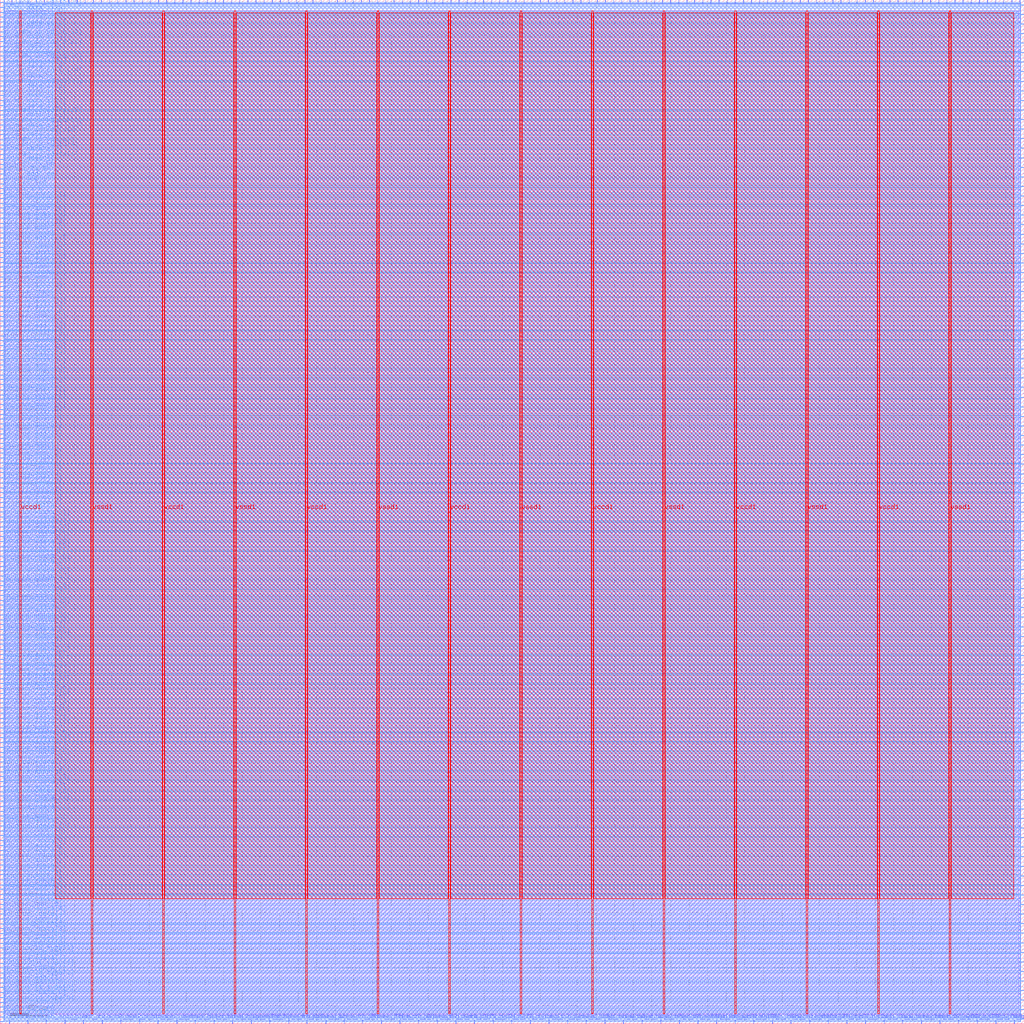
<source format=lef>
VERSION 5.7 ;
  NOWIREEXTENSIONATPIN ON ;
  DIVIDERCHAR "/" ;
  BUSBITCHARS "[]" ;
MACRO WB_InterConnect
  CLASS BLOCK ;
  FOREIGN WB_InterConnect ;
  ORIGIN 0.000 0.000 ;
  SIZE 1100.000 BY 1100.000 ;
  PIN clock
    DIRECTION INPUT ;
    USE SIGNAL ;
    PORT
      LAYER met2 ;
        RECT 9.750 0.000 10.030 4.000 ;
    END
  END clock
  PIN io_dbus_addr[0]
    DIRECTION INPUT ;
    USE SIGNAL ;
    PORT
      LAYER met3 ;
        RECT 0.000 17.720 4.000 18.320 ;
    END
  END io_dbus_addr[0]
  PIN io_dbus_addr[10]
    DIRECTION INPUT ;
    USE SIGNAL ;
    PORT
      LAYER met3 ;
        RECT 0.000 202.000 4.000 202.600 ;
    END
  END io_dbus_addr[10]
  PIN io_dbus_addr[11]
    DIRECTION INPUT ;
    USE SIGNAL ;
    PORT
      LAYER met3 ;
        RECT 0.000 217.640 4.000 218.240 ;
    END
  END io_dbus_addr[11]
  PIN io_dbus_addr[12]
    DIRECTION INPUT ;
    USE SIGNAL ;
    PORT
      LAYER met3 ;
        RECT 0.000 233.280 4.000 233.880 ;
    END
  END io_dbus_addr[12]
  PIN io_dbus_addr[13]
    DIRECTION INPUT ;
    USE SIGNAL ;
    PORT
      LAYER met3 ;
        RECT 0.000 248.920 4.000 249.520 ;
    END
  END io_dbus_addr[13]
  PIN io_dbus_addr[14]
    DIRECTION INPUT ;
    USE SIGNAL ;
    PORT
      LAYER met3 ;
        RECT 0.000 265.240 4.000 265.840 ;
    END
  END io_dbus_addr[14]
  PIN io_dbus_addr[15]
    DIRECTION INPUT ;
    USE SIGNAL ;
    PORT
      LAYER met3 ;
        RECT 0.000 280.880 4.000 281.480 ;
    END
  END io_dbus_addr[15]
  PIN io_dbus_addr[16]
    DIRECTION INPUT ;
    USE SIGNAL ;
    PORT
      LAYER met3 ;
        RECT 0.000 296.520 4.000 297.120 ;
    END
  END io_dbus_addr[16]
  PIN io_dbus_addr[17]
    DIRECTION INPUT ;
    USE SIGNAL ;
    PORT
      LAYER met3 ;
        RECT 0.000 312.160 4.000 312.760 ;
    END
  END io_dbus_addr[17]
  PIN io_dbus_addr[18]
    DIRECTION INPUT ;
    USE SIGNAL ;
    PORT
      LAYER met3 ;
        RECT 0.000 327.800 4.000 328.400 ;
    END
  END io_dbus_addr[18]
  PIN io_dbus_addr[19]
    DIRECTION INPUT ;
    USE SIGNAL ;
    PORT
      LAYER met3 ;
        RECT 0.000 344.120 4.000 344.720 ;
    END
  END io_dbus_addr[19]
  PIN io_dbus_addr[1]
    DIRECTION INPUT ;
    USE SIGNAL ;
    PORT
      LAYER met3 ;
        RECT 0.000 43.560 4.000 44.160 ;
    END
  END io_dbus_addr[1]
  PIN io_dbus_addr[20]
    DIRECTION INPUT ;
    USE SIGNAL ;
    PORT
      LAYER met3 ;
        RECT 0.000 359.760 4.000 360.360 ;
    END
  END io_dbus_addr[20]
  PIN io_dbus_addr[21]
    DIRECTION INPUT ;
    USE SIGNAL ;
    PORT
      LAYER met3 ;
        RECT 0.000 375.400 4.000 376.000 ;
    END
  END io_dbus_addr[21]
  PIN io_dbus_addr[22]
    DIRECTION INPUT ;
    USE SIGNAL ;
    PORT
      LAYER met3 ;
        RECT 0.000 391.040 4.000 391.640 ;
    END
  END io_dbus_addr[22]
  PIN io_dbus_addr[23]
    DIRECTION INPUT ;
    USE SIGNAL ;
    PORT
      LAYER met3 ;
        RECT 0.000 407.360 4.000 407.960 ;
    END
  END io_dbus_addr[23]
  PIN io_dbus_addr[24]
    DIRECTION INPUT ;
    USE SIGNAL ;
    PORT
      LAYER met3 ;
        RECT 0.000 423.000 4.000 423.600 ;
    END
  END io_dbus_addr[24]
  PIN io_dbus_addr[25]
    DIRECTION INPUT ;
    USE SIGNAL ;
    PORT
      LAYER met3 ;
        RECT 0.000 438.640 4.000 439.240 ;
    END
  END io_dbus_addr[25]
  PIN io_dbus_addr[26]
    DIRECTION INPUT ;
    USE SIGNAL ;
    PORT
      LAYER met3 ;
        RECT 0.000 454.280 4.000 454.880 ;
    END
  END io_dbus_addr[26]
  PIN io_dbus_addr[27]
    DIRECTION INPUT ;
    USE SIGNAL ;
    PORT
      LAYER met3 ;
        RECT 0.000 470.600 4.000 471.200 ;
    END
  END io_dbus_addr[27]
  PIN io_dbus_addr[28]
    DIRECTION INPUT ;
    USE SIGNAL ;
    PORT
      LAYER met3 ;
        RECT 0.000 486.240 4.000 486.840 ;
    END
  END io_dbus_addr[28]
  PIN io_dbus_addr[29]
    DIRECTION INPUT ;
    USE SIGNAL ;
    PORT
      LAYER met3 ;
        RECT 0.000 501.880 4.000 502.480 ;
    END
  END io_dbus_addr[29]
  PIN io_dbus_addr[2]
    DIRECTION INPUT ;
    USE SIGNAL ;
    PORT
      LAYER met3 ;
        RECT 0.000 70.080 4.000 70.680 ;
    END
  END io_dbus_addr[2]
  PIN io_dbus_addr[30]
    DIRECTION INPUT ;
    USE SIGNAL ;
    PORT
      LAYER met3 ;
        RECT 0.000 517.520 4.000 518.120 ;
    END
  END io_dbus_addr[30]
  PIN io_dbus_addr[31]
    DIRECTION INPUT ;
    USE SIGNAL ;
    PORT
      LAYER met3 ;
        RECT 0.000 533.160 4.000 533.760 ;
    END
  END io_dbus_addr[31]
  PIN io_dbus_addr[3]
    DIRECTION INPUT ;
    USE SIGNAL ;
    PORT
      LAYER met3 ;
        RECT 0.000 91.160 4.000 91.760 ;
    END
  END io_dbus_addr[3]
  PIN io_dbus_addr[4]
    DIRECTION INPUT ;
    USE SIGNAL ;
    PORT
      LAYER met3 ;
        RECT 0.000 106.800 4.000 107.400 ;
    END
  END io_dbus_addr[4]
  PIN io_dbus_addr[5]
    DIRECTION INPUT ;
    USE SIGNAL ;
    PORT
      LAYER met3 ;
        RECT 0.000 123.120 4.000 123.720 ;
    END
  END io_dbus_addr[5]
  PIN io_dbus_addr[6]
    DIRECTION INPUT ;
    USE SIGNAL ;
    PORT
      LAYER met3 ;
        RECT 0.000 138.760 4.000 139.360 ;
    END
  END io_dbus_addr[6]
  PIN io_dbus_addr[7]
    DIRECTION INPUT ;
    USE SIGNAL ;
    PORT
      LAYER met3 ;
        RECT 0.000 154.400 4.000 155.000 ;
    END
  END io_dbus_addr[7]
  PIN io_dbus_addr[8]
    DIRECTION INPUT ;
    USE SIGNAL ;
    PORT
      LAYER met3 ;
        RECT 0.000 170.040 4.000 170.640 ;
    END
  END io_dbus_addr[8]
  PIN io_dbus_addr[9]
    DIRECTION INPUT ;
    USE SIGNAL ;
    PORT
      LAYER met3 ;
        RECT 0.000 185.680 4.000 186.280 ;
    END
  END io_dbus_addr[9]
  PIN io_dbus_ld_type[0]
    DIRECTION INPUT ;
    USE SIGNAL ;
    PORT
      LAYER met3 ;
        RECT 0.000 22.480 4.000 23.080 ;
    END
  END io_dbus_ld_type[0]
  PIN io_dbus_ld_type[1]
    DIRECTION INPUT ;
    USE SIGNAL ;
    PORT
      LAYER met3 ;
        RECT 0.000 49.000 4.000 49.600 ;
    END
  END io_dbus_ld_type[1]
  PIN io_dbus_ld_type[2]
    DIRECTION INPUT ;
    USE SIGNAL ;
    PORT
      LAYER met3 ;
        RECT 0.000 75.520 4.000 76.120 ;
    END
  END io_dbus_ld_type[2]
  PIN io_dbus_rd_en
    DIRECTION INPUT ;
    USE SIGNAL ;
    PORT
      LAYER met3 ;
        RECT 0.000 2.080 4.000 2.680 ;
    END
  END io_dbus_rd_en
  PIN io_dbus_rdata[0]
    DIRECTION OUTPUT TRISTATE ;
    USE SIGNAL ;
    PORT
      LAYER met3 ;
        RECT 0.000 27.920 4.000 28.520 ;
    END
  END io_dbus_rdata[0]
  PIN io_dbus_rdata[10]
    DIRECTION OUTPUT TRISTATE ;
    USE SIGNAL ;
    PORT
      LAYER met3 ;
        RECT 0.000 206.760 4.000 207.360 ;
    END
  END io_dbus_rdata[10]
  PIN io_dbus_rdata[11]
    DIRECTION OUTPUT TRISTATE ;
    USE SIGNAL ;
    PORT
      LAYER met3 ;
        RECT 0.000 223.080 4.000 223.680 ;
    END
  END io_dbus_rdata[11]
  PIN io_dbus_rdata[12]
    DIRECTION OUTPUT TRISTATE ;
    USE SIGNAL ;
    PORT
      LAYER met3 ;
        RECT 0.000 238.720 4.000 239.320 ;
    END
  END io_dbus_rdata[12]
  PIN io_dbus_rdata[13]
    DIRECTION OUTPUT TRISTATE ;
    USE SIGNAL ;
    PORT
      LAYER met3 ;
        RECT 0.000 254.360 4.000 254.960 ;
    END
  END io_dbus_rdata[13]
  PIN io_dbus_rdata[14]
    DIRECTION OUTPUT TRISTATE ;
    USE SIGNAL ;
    PORT
      LAYER met3 ;
        RECT 0.000 270.000 4.000 270.600 ;
    END
  END io_dbus_rdata[14]
  PIN io_dbus_rdata[15]
    DIRECTION OUTPUT TRISTATE ;
    USE SIGNAL ;
    PORT
      LAYER met3 ;
        RECT 0.000 286.320 4.000 286.920 ;
    END
  END io_dbus_rdata[15]
  PIN io_dbus_rdata[16]
    DIRECTION OUTPUT TRISTATE ;
    USE SIGNAL ;
    PORT
      LAYER met3 ;
        RECT 0.000 301.960 4.000 302.560 ;
    END
  END io_dbus_rdata[16]
  PIN io_dbus_rdata[17]
    DIRECTION OUTPUT TRISTATE ;
    USE SIGNAL ;
    PORT
      LAYER met3 ;
        RECT 0.000 317.600 4.000 318.200 ;
    END
  END io_dbus_rdata[17]
  PIN io_dbus_rdata[18]
    DIRECTION OUTPUT TRISTATE ;
    USE SIGNAL ;
    PORT
      LAYER met3 ;
        RECT 0.000 333.240 4.000 333.840 ;
    END
  END io_dbus_rdata[18]
  PIN io_dbus_rdata[19]
    DIRECTION OUTPUT TRISTATE ;
    USE SIGNAL ;
    PORT
      LAYER met3 ;
        RECT 0.000 348.880 4.000 349.480 ;
    END
  END io_dbus_rdata[19]
  PIN io_dbus_rdata[1]
    DIRECTION OUTPUT TRISTATE ;
    USE SIGNAL ;
    PORT
      LAYER met3 ;
        RECT 0.000 54.440 4.000 55.040 ;
    END
  END io_dbus_rdata[1]
  PIN io_dbus_rdata[20]
    DIRECTION OUTPUT TRISTATE ;
    USE SIGNAL ;
    PORT
      LAYER met3 ;
        RECT 0.000 365.200 4.000 365.800 ;
    END
  END io_dbus_rdata[20]
  PIN io_dbus_rdata[21]
    DIRECTION OUTPUT TRISTATE ;
    USE SIGNAL ;
    PORT
      LAYER met3 ;
        RECT 0.000 380.840 4.000 381.440 ;
    END
  END io_dbus_rdata[21]
  PIN io_dbus_rdata[22]
    DIRECTION OUTPUT TRISTATE ;
    USE SIGNAL ;
    PORT
      LAYER met3 ;
        RECT 0.000 396.480 4.000 397.080 ;
    END
  END io_dbus_rdata[22]
  PIN io_dbus_rdata[23]
    DIRECTION OUTPUT TRISTATE ;
    USE SIGNAL ;
    PORT
      LAYER met3 ;
        RECT 0.000 412.120 4.000 412.720 ;
    END
  END io_dbus_rdata[23]
  PIN io_dbus_rdata[24]
    DIRECTION OUTPUT TRISTATE ;
    USE SIGNAL ;
    PORT
      LAYER met3 ;
        RECT 0.000 428.440 4.000 429.040 ;
    END
  END io_dbus_rdata[24]
  PIN io_dbus_rdata[25]
    DIRECTION OUTPUT TRISTATE ;
    USE SIGNAL ;
    PORT
      LAYER met3 ;
        RECT 0.000 444.080 4.000 444.680 ;
    END
  END io_dbus_rdata[25]
  PIN io_dbus_rdata[26]
    DIRECTION OUTPUT TRISTATE ;
    USE SIGNAL ;
    PORT
      LAYER met3 ;
        RECT 0.000 459.720 4.000 460.320 ;
    END
  END io_dbus_rdata[26]
  PIN io_dbus_rdata[27]
    DIRECTION OUTPUT TRISTATE ;
    USE SIGNAL ;
    PORT
      LAYER met3 ;
        RECT 0.000 475.360 4.000 475.960 ;
    END
  END io_dbus_rdata[27]
  PIN io_dbus_rdata[28]
    DIRECTION OUTPUT TRISTATE ;
    USE SIGNAL ;
    PORT
      LAYER met3 ;
        RECT 0.000 491.000 4.000 491.600 ;
    END
  END io_dbus_rdata[28]
  PIN io_dbus_rdata[29]
    DIRECTION OUTPUT TRISTATE ;
    USE SIGNAL ;
    PORT
      LAYER met3 ;
        RECT 0.000 507.320 4.000 507.920 ;
    END
  END io_dbus_rdata[29]
  PIN io_dbus_rdata[2]
    DIRECTION OUTPUT TRISTATE ;
    USE SIGNAL ;
    PORT
      LAYER met3 ;
        RECT 0.000 80.960 4.000 81.560 ;
    END
  END io_dbus_rdata[2]
  PIN io_dbus_rdata[30]
    DIRECTION OUTPUT TRISTATE ;
    USE SIGNAL ;
    PORT
      LAYER met3 ;
        RECT 0.000 522.960 4.000 523.560 ;
    END
  END io_dbus_rdata[30]
  PIN io_dbus_rdata[31]
    DIRECTION OUTPUT TRISTATE ;
    USE SIGNAL ;
    PORT
      LAYER met3 ;
        RECT 0.000 538.600 4.000 539.200 ;
    END
  END io_dbus_rdata[31]
  PIN io_dbus_rdata[3]
    DIRECTION OUTPUT TRISTATE ;
    USE SIGNAL ;
    PORT
      LAYER met3 ;
        RECT 0.000 96.600 4.000 97.200 ;
    END
  END io_dbus_rdata[3]
  PIN io_dbus_rdata[4]
    DIRECTION OUTPUT TRISTATE ;
    USE SIGNAL ;
    PORT
      LAYER met3 ;
        RECT 0.000 112.240 4.000 112.840 ;
    END
  END io_dbus_rdata[4]
  PIN io_dbus_rdata[5]
    DIRECTION OUTPUT TRISTATE ;
    USE SIGNAL ;
    PORT
      LAYER met3 ;
        RECT 0.000 127.880 4.000 128.480 ;
    END
  END io_dbus_rdata[5]
  PIN io_dbus_rdata[6]
    DIRECTION OUTPUT TRISTATE ;
    USE SIGNAL ;
    PORT
      LAYER met3 ;
        RECT 0.000 144.200 4.000 144.800 ;
    END
  END io_dbus_rdata[6]
  PIN io_dbus_rdata[7]
    DIRECTION OUTPUT TRISTATE ;
    USE SIGNAL ;
    PORT
      LAYER met3 ;
        RECT 0.000 159.840 4.000 160.440 ;
    END
  END io_dbus_rdata[7]
  PIN io_dbus_rdata[8]
    DIRECTION OUTPUT TRISTATE ;
    USE SIGNAL ;
    PORT
      LAYER met3 ;
        RECT 0.000 175.480 4.000 176.080 ;
    END
  END io_dbus_rdata[8]
  PIN io_dbus_rdata[9]
    DIRECTION OUTPUT TRISTATE ;
    USE SIGNAL ;
    PORT
      LAYER met3 ;
        RECT 0.000 191.120 4.000 191.720 ;
    END
  END io_dbus_rdata[9]
  PIN io_dbus_st_type[0]
    DIRECTION INPUT ;
    USE SIGNAL ;
    PORT
      LAYER met3 ;
        RECT 0.000 33.360 4.000 33.960 ;
    END
  END io_dbus_st_type[0]
  PIN io_dbus_st_type[1]
    DIRECTION INPUT ;
    USE SIGNAL ;
    PORT
      LAYER met3 ;
        RECT 0.000 59.880 4.000 60.480 ;
    END
  END io_dbus_st_type[1]
  PIN io_dbus_valid
    DIRECTION OUTPUT TRISTATE ;
    USE SIGNAL ;
    PORT
      LAYER met3 ;
        RECT 0.000 6.840 4.000 7.440 ;
    END
  END io_dbus_valid
  PIN io_dbus_wdata[0]
    DIRECTION INPUT ;
    USE SIGNAL ;
    PORT
      LAYER met3 ;
        RECT 0.000 38.800 4.000 39.400 ;
    END
  END io_dbus_wdata[0]
  PIN io_dbus_wdata[10]
    DIRECTION INPUT ;
    USE SIGNAL ;
    PORT
      LAYER met3 ;
        RECT 0.000 212.200 4.000 212.800 ;
    END
  END io_dbus_wdata[10]
  PIN io_dbus_wdata[11]
    DIRECTION INPUT ;
    USE SIGNAL ;
    PORT
      LAYER met3 ;
        RECT 0.000 227.840 4.000 228.440 ;
    END
  END io_dbus_wdata[11]
  PIN io_dbus_wdata[12]
    DIRECTION INPUT ;
    USE SIGNAL ;
    PORT
      LAYER met3 ;
        RECT 0.000 244.160 4.000 244.760 ;
    END
  END io_dbus_wdata[12]
  PIN io_dbus_wdata[13]
    DIRECTION INPUT ;
    USE SIGNAL ;
    PORT
      LAYER met3 ;
        RECT 0.000 259.800 4.000 260.400 ;
    END
  END io_dbus_wdata[13]
  PIN io_dbus_wdata[14]
    DIRECTION INPUT ;
    USE SIGNAL ;
    PORT
      LAYER met3 ;
        RECT 0.000 275.440 4.000 276.040 ;
    END
  END io_dbus_wdata[14]
  PIN io_dbus_wdata[15]
    DIRECTION INPUT ;
    USE SIGNAL ;
    PORT
      LAYER met3 ;
        RECT 0.000 291.080 4.000 291.680 ;
    END
  END io_dbus_wdata[15]
  PIN io_dbus_wdata[16]
    DIRECTION INPUT ;
    USE SIGNAL ;
    PORT
      LAYER met3 ;
        RECT 0.000 307.400 4.000 308.000 ;
    END
  END io_dbus_wdata[16]
  PIN io_dbus_wdata[17]
    DIRECTION INPUT ;
    USE SIGNAL ;
    PORT
      LAYER met3 ;
        RECT 0.000 323.040 4.000 323.640 ;
    END
  END io_dbus_wdata[17]
  PIN io_dbus_wdata[18]
    DIRECTION INPUT ;
    USE SIGNAL ;
    PORT
      LAYER met3 ;
        RECT 0.000 338.680 4.000 339.280 ;
    END
  END io_dbus_wdata[18]
  PIN io_dbus_wdata[19]
    DIRECTION INPUT ;
    USE SIGNAL ;
    PORT
      LAYER met3 ;
        RECT 0.000 354.320 4.000 354.920 ;
    END
  END io_dbus_wdata[19]
  PIN io_dbus_wdata[1]
    DIRECTION INPUT ;
    USE SIGNAL ;
    PORT
      LAYER met3 ;
        RECT 0.000 64.640 4.000 65.240 ;
    END
  END io_dbus_wdata[1]
  PIN io_dbus_wdata[20]
    DIRECTION INPUT ;
    USE SIGNAL ;
    PORT
      LAYER met3 ;
        RECT 0.000 369.960 4.000 370.560 ;
    END
  END io_dbus_wdata[20]
  PIN io_dbus_wdata[21]
    DIRECTION INPUT ;
    USE SIGNAL ;
    PORT
      LAYER met3 ;
        RECT 0.000 386.280 4.000 386.880 ;
    END
  END io_dbus_wdata[21]
  PIN io_dbus_wdata[22]
    DIRECTION INPUT ;
    USE SIGNAL ;
    PORT
      LAYER met3 ;
        RECT 0.000 401.920 4.000 402.520 ;
    END
  END io_dbus_wdata[22]
  PIN io_dbus_wdata[23]
    DIRECTION INPUT ;
    USE SIGNAL ;
    PORT
      LAYER met3 ;
        RECT 0.000 417.560 4.000 418.160 ;
    END
  END io_dbus_wdata[23]
  PIN io_dbus_wdata[24]
    DIRECTION INPUT ;
    USE SIGNAL ;
    PORT
      LAYER met3 ;
        RECT 0.000 433.200 4.000 433.800 ;
    END
  END io_dbus_wdata[24]
  PIN io_dbus_wdata[25]
    DIRECTION INPUT ;
    USE SIGNAL ;
    PORT
      LAYER met3 ;
        RECT 0.000 449.520 4.000 450.120 ;
    END
  END io_dbus_wdata[25]
  PIN io_dbus_wdata[26]
    DIRECTION INPUT ;
    USE SIGNAL ;
    PORT
      LAYER met3 ;
        RECT 0.000 465.160 4.000 465.760 ;
    END
  END io_dbus_wdata[26]
  PIN io_dbus_wdata[27]
    DIRECTION INPUT ;
    USE SIGNAL ;
    PORT
      LAYER met3 ;
        RECT 0.000 480.800 4.000 481.400 ;
    END
  END io_dbus_wdata[27]
  PIN io_dbus_wdata[28]
    DIRECTION INPUT ;
    USE SIGNAL ;
    PORT
      LAYER met3 ;
        RECT 0.000 496.440 4.000 497.040 ;
    END
  END io_dbus_wdata[28]
  PIN io_dbus_wdata[29]
    DIRECTION INPUT ;
    USE SIGNAL ;
    PORT
      LAYER met3 ;
        RECT 0.000 512.080 4.000 512.680 ;
    END
  END io_dbus_wdata[29]
  PIN io_dbus_wdata[2]
    DIRECTION INPUT ;
    USE SIGNAL ;
    PORT
      LAYER met3 ;
        RECT 0.000 85.720 4.000 86.320 ;
    END
  END io_dbus_wdata[2]
  PIN io_dbus_wdata[30]
    DIRECTION INPUT ;
    USE SIGNAL ;
    PORT
      LAYER met3 ;
        RECT 0.000 528.400 4.000 529.000 ;
    END
  END io_dbus_wdata[30]
  PIN io_dbus_wdata[31]
    DIRECTION INPUT ;
    USE SIGNAL ;
    PORT
      LAYER met3 ;
        RECT 0.000 544.040 4.000 544.640 ;
    END
  END io_dbus_wdata[31]
  PIN io_dbus_wdata[3]
    DIRECTION INPUT ;
    USE SIGNAL ;
    PORT
      LAYER met3 ;
        RECT 0.000 102.040 4.000 102.640 ;
    END
  END io_dbus_wdata[3]
  PIN io_dbus_wdata[4]
    DIRECTION INPUT ;
    USE SIGNAL ;
    PORT
      LAYER met3 ;
        RECT 0.000 117.680 4.000 118.280 ;
    END
  END io_dbus_wdata[4]
  PIN io_dbus_wdata[5]
    DIRECTION INPUT ;
    USE SIGNAL ;
    PORT
      LAYER met3 ;
        RECT 0.000 133.320 4.000 133.920 ;
    END
  END io_dbus_wdata[5]
  PIN io_dbus_wdata[6]
    DIRECTION INPUT ;
    USE SIGNAL ;
    PORT
      LAYER met3 ;
        RECT 0.000 148.960 4.000 149.560 ;
    END
  END io_dbus_wdata[6]
  PIN io_dbus_wdata[7]
    DIRECTION INPUT ;
    USE SIGNAL ;
    PORT
      LAYER met3 ;
        RECT 0.000 164.600 4.000 165.200 ;
    END
  END io_dbus_wdata[7]
  PIN io_dbus_wdata[8]
    DIRECTION INPUT ;
    USE SIGNAL ;
    PORT
      LAYER met3 ;
        RECT 0.000 180.920 4.000 181.520 ;
    END
  END io_dbus_wdata[8]
  PIN io_dbus_wdata[9]
    DIRECTION INPUT ;
    USE SIGNAL ;
    PORT
      LAYER met3 ;
        RECT 0.000 196.560 4.000 197.160 ;
    END
  END io_dbus_wdata[9]
  PIN io_dbus_wr_en
    DIRECTION INPUT ;
    USE SIGNAL ;
    PORT
      LAYER met3 ;
        RECT 0.000 12.280 4.000 12.880 ;
    END
  END io_dbus_wr_en
  PIN io_dmem_io_addr[0]
    DIRECTION OUTPUT TRISTATE ;
    USE SIGNAL ;
    PORT
      LAYER met2 ;
        RECT 21.250 1096.000 21.530 1100.000 ;
    END
  END io_dmem_io_addr[0]
  PIN io_dmem_io_addr[1]
    DIRECTION OUTPUT TRISTATE ;
    USE SIGNAL ;
    PORT
      LAYER met2 ;
        RECT 56.210 1096.000 56.490 1100.000 ;
    END
  END io_dmem_io_addr[1]
  PIN io_dmem_io_addr[2]
    DIRECTION OUTPUT TRISTATE ;
    USE SIGNAL ;
    PORT
      LAYER met2 ;
        RECT 91.170 1096.000 91.450 1100.000 ;
    END
  END io_dmem_io_addr[2]
  PIN io_dmem_io_addr[3]
    DIRECTION OUTPUT TRISTATE ;
    USE SIGNAL ;
    PORT
      LAYER met2 ;
        RECT 126.130 1096.000 126.410 1100.000 ;
    END
  END io_dmem_io_addr[3]
  PIN io_dmem_io_addr[4]
    DIRECTION OUTPUT TRISTATE ;
    USE SIGNAL ;
    PORT
      LAYER met2 ;
        RECT 161.090 1096.000 161.370 1100.000 ;
    END
  END io_dmem_io_addr[4]
  PIN io_dmem_io_addr[5]
    DIRECTION OUTPUT TRISTATE ;
    USE SIGNAL ;
    PORT
      LAYER met2 ;
        RECT 187.310 1096.000 187.590 1100.000 ;
    END
  END io_dmem_io_addr[5]
  PIN io_dmem_io_addr[6]
    DIRECTION OUTPUT TRISTATE ;
    USE SIGNAL ;
    PORT
      LAYER met2 ;
        RECT 213.530 1096.000 213.810 1100.000 ;
    END
  END io_dmem_io_addr[6]
  PIN io_dmem_io_addr[7]
    DIRECTION OUTPUT TRISTATE ;
    USE SIGNAL ;
    PORT
      LAYER met2 ;
        RECT 239.750 1096.000 240.030 1100.000 ;
    END
  END io_dmem_io_addr[7]
  PIN io_dmem_io_addr[8]
    DIRECTION OUTPUT TRISTATE ;
    USE SIGNAL ;
    PORT
      LAYER met2 ;
        RECT 265.970 1096.000 266.250 1100.000 ;
    END
  END io_dmem_io_addr[8]
  PIN io_dmem_io_cs
    DIRECTION OUTPUT TRISTATE ;
    USE SIGNAL ;
    PORT
      LAYER met2 ;
        RECT 4.230 1096.000 4.510 1100.000 ;
    END
  END io_dmem_io_cs
  PIN io_dmem_io_rdata[0]
    DIRECTION INPUT ;
    USE SIGNAL ;
    PORT
      LAYER met2 ;
        RECT 29.990 1096.000 30.270 1100.000 ;
    END
  END io_dmem_io_rdata[0]
  PIN io_dmem_io_rdata[10]
    DIRECTION INPUT ;
    USE SIGNAL ;
    PORT
      LAYER met2 ;
        RECT 309.670 1096.000 309.950 1100.000 ;
    END
  END io_dmem_io_rdata[10]
  PIN io_dmem_io_rdata[11]
    DIRECTION INPUT ;
    USE SIGNAL ;
    PORT
      LAYER met2 ;
        RECT 327.150 1096.000 327.430 1100.000 ;
    END
  END io_dmem_io_rdata[11]
  PIN io_dmem_io_rdata[12]
    DIRECTION INPUT ;
    USE SIGNAL ;
    PORT
      LAYER met2 ;
        RECT 344.630 1096.000 344.910 1100.000 ;
    END
  END io_dmem_io_rdata[12]
  PIN io_dmem_io_rdata[13]
    DIRECTION INPUT ;
    USE SIGNAL ;
    PORT
      LAYER met2 ;
        RECT 362.110 1096.000 362.390 1100.000 ;
    END
  END io_dmem_io_rdata[13]
  PIN io_dmem_io_rdata[14]
    DIRECTION INPUT ;
    USE SIGNAL ;
    PORT
      LAYER met2 ;
        RECT 379.130 1096.000 379.410 1100.000 ;
    END
  END io_dmem_io_rdata[14]
  PIN io_dmem_io_rdata[15]
    DIRECTION INPUT ;
    USE SIGNAL ;
    PORT
      LAYER met2 ;
        RECT 396.610 1096.000 396.890 1100.000 ;
    END
  END io_dmem_io_rdata[15]
  PIN io_dmem_io_rdata[16]
    DIRECTION INPUT ;
    USE SIGNAL ;
    PORT
      LAYER met2 ;
        RECT 414.090 1096.000 414.370 1100.000 ;
    END
  END io_dmem_io_rdata[16]
  PIN io_dmem_io_rdata[17]
    DIRECTION INPUT ;
    USE SIGNAL ;
    PORT
      LAYER met2 ;
        RECT 431.570 1096.000 431.850 1100.000 ;
    END
  END io_dmem_io_rdata[17]
  PIN io_dmem_io_rdata[18]
    DIRECTION INPUT ;
    USE SIGNAL ;
    PORT
      LAYER met2 ;
        RECT 449.050 1096.000 449.330 1100.000 ;
    END
  END io_dmem_io_rdata[18]
  PIN io_dmem_io_rdata[19]
    DIRECTION INPUT ;
    USE SIGNAL ;
    PORT
      LAYER met2 ;
        RECT 466.530 1096.000 466.810 1100.000 ;
    END
  END io_dmem_io_rdata[19]
  PIN io_dmem_io_rdata[1]
    DIRECTION INPUT ;
    USE SIGNAL ;
    PORT
      LAYER met2 ;
        RECT 64.950 1096.000 65.230 1100.000 ;
    END
  END io_dmem_io_rdata[1]
  PIN io_dmem_io_rdata[20]
    DIRECTION INPUT ;
    USE SIGNAL ;
    PORT
      LAYER met2 ;
        RECT 484.010 1096.000 484.290 1100.000 ;
    END
  END io_dmem_io_rdata[20]
  PIN io_dmem_io_rdata[21]
    DIRECTION INPUT ;
    USE SIGNAL ;
    PORT
      LAYER met2 ;
        RECT 501.490 1096.000 501.770 1100.000 ;
    END
  END io_dmem_io_rdata[21]
  PIN io_dmem_io_rdata[22]
    DIRECTION INPUT ;
    USE SIGNAL ;
    PORT
      LAYER met2 ;
        RECT 518.970 1096.000 519.250 1100.000 ;
    END
  END io_dmem_io_rdata[22]
  PIN io_dmem_io_rdata[23]
    DIRECTION INPUT ;
    USE SIGNAL ;
    PORT
      LAYER met2 ;
        RECT 536.450 1096.000 536.730 1100.000 ;
    END
  END io_dmem_io_rdata[23]
  PIN io_dmem_io_rdata[24]
    DIRECTION INPUT ;
    USE SIGNAL ;
    PORT
      LAYER met2 ;
        RECT 553.930 1096.000 554.210 1100.000 ;
    END
  END io_dmem_io_rdata[24]
  PIN io_dmem_io_rdata[25]
    DIRECTION INPUT ;
    USE SIGNAL ;
    PORT
      LAYER met2 ;
        RECT 571.410 1096.000 571.690 1100.000 ;
    END
  END io_dmem_io_rdata[25]
  PIN io_dmem_io_rdata[26]
    DIRECTION INPUT ;
    USE SIGNAL ;
    PORT
      LAYER met2 ;
        RECT 588.890 1096.000 589.170 1100.000 ;
    END
  END io_dmem_io_rdata[26]
  PIN io_dmem_io_rdata[27]
    DIRECTION INPUT ;
    USE SIGNAL ;
    PORT
      LAYER met2 ;
        RECT 606.370 1096.000 606.650 1100.000 ;
    END
  END io_dmem_io_rdata[27]
  PIN io_dmem_io_rdata[28]
    DIRECTION INPUT ;
    USE SIGNAL ;
    PORT
      LAYER met2 ;
        RECT 623.850 1096.000 624.130 1100.000 ;
    END
  END io_dmem_io_rdata[28]
  PIN io_dmem_io_rdata[29]
    DIRECTION INPUT ;
    USE SIGNAL ;
    PORT
      LAYER met2 ;
        RECT 641.330 1096.000 641.610 1100.000 ;
    END
  END io_dmem_io_rdata[29]
  PIN io_dmem_io_rdata[2]
    DIRECTION INPUT ;
    USE SIGNAL ;
    PORT
      LAYER met2 ;
        RECT 99.910 1096.000 100.190 1100.000 ;
    END
  END io_dmem_io_rdata[2]
  PIN io_dmem_io_rdata[30]
    DIRECTION INPUT ;
    USE SIGNAL ;
    PORT
      LAYER met2 ;
        RECT 658.810 1096.000 659.090 1100.000 ;
    END
  END io_dmem_io_rdata[30]
  PIN io_dmem_io_rdata[31]
    DIRECTION INPUT ;
    USE SIGNAL ;
    PORT
      LAYER met2 ;
        RECT 676.290 1096.000 676.570 1100.000 ;
    END
  END io_dmem_io_rdata[31]
  PIN io_dmem_io_rdata[3]
    DIRECTION INPUT ;
    USE SIGNAL ;
    PORT
      LAYER met2 ;
        RECT 134.870 1096.000 135.150 1100.000 ;
    END
  END io_dmem_io_rdata[3]
  PIN io_dmem_io_rdata[4]
    DIRECTION INPUT ;
    USE SIGNAL ;
    PORT
      LAYER met2 ;
        RECT 169.830 1096.000 170.110 1100.000 ;
    END
  END io_dmem_io_rdata[4]
  PIN io_dmem_io_rdata[5]
    DIRECTION INPUT ;
    USE SIGNAL ;
    PORT
      LAYER met2 ;
        RECT 196.050 1096.000 196.330 1100.000 ;
    END
  END io_dmem_io_rdata[5]
  PIN io_dmem_io_rdata[6]
    DIRECTION INPUT ;
    USE SIGNAL ;
    PORT
      LAYER met2 ;
        RECT 222.270 1096.000 222.550 1100.000 ;
    END
  END io_dmem_io_rdata[6]
  PIN io_dmem_io_rdata[7]
    DIRECTION INPUT ;
    USE SIGNAL ;
    PORT
      LAYER met2 ;
        RECT 248.490 1096.000 248.770 1100.000 ;
    END
  END io_dmem_io_rdata[7]
  PIN io_dmem_io_rdata[8]
    DIRECTION INPUT ;
    USE SIGNAL ;
    PORT
      LAYER met2 ;
        RECT 274.710 1096.000 274.990 1100.000 ;
    END
  END io_dmem_io_rdata[8]
  PIN io_dmem_io_rdata[9]
    DIRECTION INPUT ;
    USE SIGNAL ;
    PORT
      LAYER met2 ;
        RECT 292.190 1096.000 292.470 1100.000 ;
    END
  END io_dmem_io_rdata[9]
  PIN io_dmem_io_st_type[0]
    DIRECTION OUTPUT TRISTATE ;
    USE SIGNAL ;
    PORT
      LAYER met2 ;
        RECT 38.730 1096.000 39.010 1100.000 ;
    END
  END io_dmem_io_st_type[0]
  PIN io_dmem_io_st_type[1]
    DIRECTION OUTPUT TRISTATE ;
    USE SIGNAL ;
    PORT
      LAYER met2 ;
        RECT 73.690 1096.000 73.970 1100.000 ;
    END
  END io_dmem_io_st_type[1]
  PIN io_dmem_io_st_type[2]
    DIRECTION OUTPUT TRISTATE ;
    USE SIGNAL ;
    PORT
      LAYER met2 ;
        RECT 108.650 1096.000 108.930 1100.000 ;
    END
  END io_dmem_io_st_type[2]
  PIN io_dmem_io_st_type[3]
    DIRECTION OUTPUT TRISTATE ;
    USE SIGNAL ;
    PORT
      LAYER met2 ;
        RECT 143.610 1096.000 143.890 1100.000 ;
    END
  END io_dmem_io_st_type[3]
  PIN io_dmem_io_wdata[0]
    DIRECTION OUTPUT TRISTATE ;
    USE SIGNAL ;
    PORT
      LAYER met2 ;
        RECT 47.470 1096.000 47.750 1100.000 ;
    END
  END io_dmem_io_wdata[0]
  PIN io_dmem_io_wdata[10]
    DIRECTION OUTPUT TRISTATE ;
    USE SIGNAL ;
    PORT
      LAYER met2 ;
        RECT 318.410 1096.000 318.690 1100.000 ;
    END
  END io_dmem_io_wdata[10]
  PIN io_dmem_io_wdata[11]
    DIRECTION OUTPUT TRISTATE ;
    USE SIGNAL ;
    PORT
      LAYER met2 ;
        RECT 335.890 1096.000 336.170 1100.000 ;
    END
  END io_dmem_io_wdata[11]
  PIN io_dmem_io_wdata[12]
    DIRECTION OUTPUT TRISTATE ;
    USE SIGNAL ;
    PORT
      LAYER met2 ;
        RECT 353.370 1096.000 353.650 1100.000 ;
    END
  END io_dmem_io_wdata[12]
  PIN io_dmem_io_wdata[13]
    DIRECTION OUTPUT TRISTATE ;
    USE SIGNAL ;
    PORT
      LAYER met2 ;
        RECT 370.850 1096.000 371.130 1100.000 ;
    END
  END io_dmem_io_wdata[13]
  PIN io_dmem_io_wdata[14]
    DIRECTION OUTPUT TRISTATE ;
    USE SIGNAL ;
    PORT
      LAYER met2 ;
        RECT 387.870 1096.000 388.150 1100.000 ;
    END
  END io_dmem_io_wdata[14]
  PIN io_dmem_io_wdata[15]
    DIRECTION OUTPUT TRISTATE ;
    USE SIGNAL ;
    PORT
      LAYER met2 ;
        RECT 405.350 1096.000 405.630 1100.000 ;
    END
  END io_dmem_io_wdata[15]
  PIN io_dmem_io_wdata[16]
    DIRECTION OUTPUT TRISTATE ;
    USE SIGNAL ;
    PORT
      LAYER met2 ;
        RECT 422.830 1096.000 423.110 1100.000 ;
    END
  END io_dmem_io_wdata[16]
  PIN io_dmem_io_wdata[17]
    DIRECTION OUTPUT TRISTATE ;
    USE SIGNAL ;
    PORT
      LAYER met2 ;
        RECT 440.310 1096.000 440.590 1100.000 ;
    END
  END io_dmem_io_wdata[17]
  PIN io_dmem_io_wdata[18]
    DIRECTION OUTPUT TRISTATE ;
    USE SIGNAL ;
    PORT
      LAYER met2 ;
        RECT 457.790 1096.000 458.070 1100.000 ;
    END
  END io_dmem_io_wdata[18]
  PIN io_dmem_io_wdata[19]
    DIRECTION OUTPUT TRISTATE ;
    USE SIGNAL ;
    PORT
      LAYER met2 ;
        RECT 475.270 1096.000 475.550 1100.000 ;
    END
  END io_dmem_io_wdata[19]
  PIN io_dmem_io_wdata[1]
    DIRECTION OUTPUT TRISTATE ;
    USE SIGNAL ;
    PORT
      LAYER met2 ;
        RECT 82.430 1096.000 82.710 1100.000 ;
    END
  END io_dmem_io_wdata[1]
  PIN io_dmem_io_wdata[20]
    DIRECTION OUTPUT TRISTATE ;
    USE SIGNAL ;
    PORT
      LAYER met2 ;
        RECT 492.750 1096.000 493.030 1100.000 ;
    END
  END io_dmem_io_wdata[20]
  PIN io_dmem_io_wdata[21]
    DIRECTION OUTPUT TRISTATE ;
    USE SIGNAL ;
    PORT
      LAYER met2 ;
        RECT 510.230 1096.000 510.510 1100.000 ;
    END
  END io_dmem_io_wdata[21]
  PIN io_dmem_io_wdata[22]
    DIRECTION OUTPUT TRISTATE ;
    USE SIGNAL ;
    PORT
      LAYER met2 ;
        RECT 527.710 1096.000 527.990 1100.000 ;
    END
  END io_dmem_io_wdata[22]
  PIN io_dmem_io_wdata[23]
    DIRECTION OUTPUT TRISTATE ;
    USE SIGNAL ;
    PORT
      LAYER met2 ;
        RECT 545.190 1096.000 545.470 1100.000 ;
    END
  END io_dmem_io_wdata[23]
  PIN io_dmem_io_wdata[24]
    DIRECTION OUTPUT TRISTATE ;
    USE SIGNAL ;
    PORT
      LAYER met2 ;
        RECT 562.670 1096.000 562.950 1100.000 ;
    END
  END io_dmem_io_wdata[24]
  PIN io_dmem_io_wdata[25]
    DIRECTION OUTPUT TRISTATE ;
    USE SIGNAL ;
    PORT
      LAYER met2 ;
        RECT 580.150 1096.000 580.430 1100.000 ;
    END
  END io_dmem_io_wdata[25]
  PIN io_dmem_io_wdata[26]
    DIRECTION OUTPUT TRISTATE ;
    USE SIGNAL ;
    PORT
      LAYER met2 ;
        RECT 597.630 1096.000 597.910 1100.000 ;
    END
  END io_dmem_io_wdata[26]
  PIN io_dmem_io_wdata[27]
    DIRECTION OUTPUT TRISTATE ;
    USE SIGNAL ;
    PORT
      LAYER met2 ;
        RECT 615.110 1096.000 615.390 1100.000 ;
    END
  END io_dmem_io_wdata[27]
  PIN io_dmem_io_wdata[28]
    DIRECTION OUTPUT TRISTATE ;
    USE SIGNAL ;
    PORT
      LAYER met2 ;
        RECT 632.590 1096.000 632.870 1100.000 ;
    END
  END io_dmem_io_wdata[28]
  PIN io_dmem_io_wdata[29]
    DIRECTION OUTPUT TRISTATE ;
    USE SIGNAL ;
    PORT
      LAYER met2 ;
        RECT 650.070 1096.000 650.350 1100.000 ;
    END
  END io_dmem_io_wdata[29]
  PIN io_dmem_io_wdata[2]
    DIRECTION OUTPUT TRISTATE ;
    USE SIGNAL ;
    PORT
      LAYER met2 ;
        RECT 117.390 1096.000 117.670 1100.000 ;
    END
  END io_dmem_io_wdata[2]
  PIN io_dmem_io_wdata[30]
    DIRECTION OUTPUT TRISTATE ;
    USE SIGNAL ;
    PORT
      LAYER met2 ;
        RECT 667.550 1096.000 667.830 1100.000 ;
    END
  END io_dmem_io_wdata[30]
  PIN io_dmem_io_wdata[31]
    DIRECTION OUTPUT TRISTATE ;
    USE SIGNAL ;
    PORT
      LAYER met2 ;
        RECT 685.030 1096.000 685.310 1100.000 ;
    END
  END io_dmem_io_wdata[31]
  PIN io_dmem_io_wdata[3]
    DIRECTION OUTPUT TRISTATE ;
    USE SIGNAL ;
    PORT
      LAYER met2 ;
        RECT 152.350 1096.000 152.630 1100.000 ;
    END
  END io_dmem_io_wdata[3]
  PIN io_dmem_io_wdata[4]
    DIRECTION OUTPUT TRISTATE ;
    USE SIGNAL ;
    PORT
      LAYER met2 ;
        RECT 178.570 1096.000 178.850 1100.000 ;
    END
  END io_dmem_io_wdata[4]
  PIN io_dmem_io_wdata[5]
    DIRECTION OUTPUT TRISTATE ;
    USE SIGNAL ;
    PORT
      LAYER met2 ;
        RECT 204.790 1096.000 205.070 1100.000 ;
    END
  END io_dmem_io_wdata[5]
  PIN io_dmem_io_wdata[6]
    DIRECTION OUTPUT TRISTATE ;
    USE SIGNAL ;
    PORT
      LAYER met2 ;
        RECT 231.010 1096.000 231.290 1100.000 ;
    END
  END io_dmem_io_wdata[6]
  PIN io_dmem_io_wdata[7]
    DIRECTION OUTPUT TRISTATE ;
    USE SIGNAL ;
    PORT
      LAYER met2 ;
        RECT 257.230 1096.000 257.510 1100.000 ;
    END
  END io_dmem_io_wdata[7]
  PIN io_dmem_io_wdata[8]
    DIRECTION OUTPUT TRISTATE ;
    USE SIGNAL ;
    PORT
      LAYER met2 ;
        RECT 283.450 1096.000 283.730 1100.000 ;
    END
  END io_dmem_io_wdata[8]
  PIN io_dmem_io_wdata[9]
    DIRECTION OUTPUT TRISTATE ;
    USE SIGNAL ;
    PORT
      LAYER met2 ;
        RECT 300.930 1096.000 301.210 1100.000 ;
    END
  END io_dmem_io_wdata[9]
  PIN io_dmem_io_wr_en
    DIRECTION OUTPUT TRISTATE ;
    USE SIGNAL ;
    PORT
      LAYER met2 ;
        RECT 12.510 1096.000 12.790 1100.000 ;
    END
  END io_dmem_io_wr_en
  PIN io_ibus_addr[0]
    DIRECTION INPUT ;
    USE SIGNAL ;
    PORT
      LAYER met3 ;
        RECT 0.000 554.240 4.000 554.840 ;
    END
  END io_ibus_addr[0]
  PIN io_ibus_addr[10]
    DIRECTION INPUT ;
    USE SIGNAL ;
    PORT
      LAYER met3 ;
        RECT 0.000 659.640 4.000 660.240 ;
    END
  END io_ibus_addr[10]
  PIN io_ibus_addr[11]
    DIRECTION INPUT ;
    USE SIGNAL ;
    PORT
      LAYER met3 ;
        RECT 0.000 670.520 4.000 671.120 ;
    END
  END io_ibus_addr[11]
  PIN io_ibus_addr[12]
    DIRECTION INPUT ;
    USE SIGNAL ;
    PORT
      LAYER met3 ;
        RECT 0.000 680.720 4.000 681.320 ;
    END
  END io_ibus_addr[12]
  PIN io_ibus_addr[13]
    DIRECTION INPUT ;
    USE SIGNAL ;
    PORT
      LAYER met3 ;
        RECT 0.000 691.600 4.000 692.200 ;
    END
  END io_ibus_addr[13]
  PIN io_ibus_addr[14]
    DIRECTION INPUT ;
    USE SIGNAL ;
    PORT
      LAYER met3 ;
        RECT 0.000 701.800 4.000 702.400 ;
    END
  END io_ibus_addr[14]
  PIN io_ibus_addr[15]
    DIRECTION INPUT ;
    USE SIGNAL ;
    PORT
      LAYER met3 ;
        RECT 0.000 712.680 4.000 713.280 ;
    END
  END io_ibus_addr[15]
  PIN io_ibus_addr[16]
    DIRECTION INPUT ;
    USE SIGNAL ;
    PORT
      LAYER met3 ;
        RECT 0.000 722.880 4.000 723.480 ;
    END
  END io_ibus_addr[16]
  PIN io_ibus_addr[17]
    DIRECTION INPUT ;
    USE SIGNAL ;
    PORT
      LAYER met3 ;
        RECT 0.000 733.760 4.000 734.360 ;
    END
  END io_ibus_addr[17]
  PIN io_ibus_addr[18]
    DIRECTION INPUT ;
    USE SIGNAL ;
    PORT
      LAYER met3 ;
        RECT 0.000 743.960 4.000 744.560 ;
    END
  END io_ibus_addr[18]
  PIN io_ibus_addr[19]
    DIRECTION INPUT ;
    USE SIGNAL ;
    PORT
      LAYER met3 ;
        RECT 0.000 754.840 4.000 755.440 ;
    END
  END io_ibus_addr[19]
  PIN io_ibus_addr[1]
    DIRECTION INPUT ;
    USE SIGNAL ;
    PORT
      LAYER met3 ;
        RECT 0.000 565.120 4.000 565.720 ;
    END
  END io_ibus_addr[1]
  PIN io_ibus_addr[20]
    DIRECTION INPUT ;
    USE SIGNAL ;
    PORT
      LAYER met3 ;
        RECT 0.000 765.040 4.000 765.640 ;
    END
  END io_ibus_addr[20]
  PIN io_ibus_addr[21]
    DIRECTION INPUT ;
    USE SIGNAL ;
    PORT
      LAYER met3 ;
        RECT 0.000 775.920 4.000 776.520 ;
    END
  END io_ibus_addr[21]
  PIN io_ibus_addr[22]
    DIRECTION INPUT ;
    USE SIGNAL ;
    PORT
      LAYER met3 ;
        RECT 0.000 786.120 4.000 786.720 ;
    END
  END io_ibus_addr[22]
  PIN io_ibus_addr[23]
    DIRECTION INPUT ;
    USE SIGNAL ;
    PORT
      LAYER met3 ;
        RECT 0.000 796.320 4.000 796.920 ;
    END
  END io_ibus_addr[23]
  PIN io_ibus_addr[24]
    DIRECTION INPUT ;
    USE SIGNAL ;
    PORT
      LAYER met3 ;
        RECT 0.000 807.200 4.000 807.800 ;
    END
  END io_ibus_addr[24]
  PIN io_ibus_addr[25]
    DIRECTION INPUT ;
    USE SIGNAL ;
    PORT
      LAYER met3 ;
        RECT 0.000 817.400 4.000 818.000 ;
    END
  END io_ibus_addr[25]
  PIN io_ibus_addr[26]
    DIRECTION INPUT ;
    USE SIGNAL ;
    PORT
      LAYER met3 ;
        RECT 0.000 828.280 4.000 828.880 ;
    END
  END io_ibus_addr[26]
  PIN io_ibus_addr[27]
    DIRECTION INPUT ;
    USE SIGNAL ;
    PORT
      LAYER met3 ;
        RECT 0.000 838.480 4.000 839.080 ;
    END
  END io_ibus_addr[27]
  PIN io_ibus_addr[28]
    DIRECTION INPUT ;
    USE SIGNAL ;
    PORT
      LAYER met3 ;
        RECT 0.000 849.360 4.000 849.960 ;
    END
  END io_ibus_addr[28]
  PIN io_ibus_addr[29]
    DIRECTION INPUT ;
    USE SIGNAL ;
    PORT
      LAYER met3 ;
        RECT 0.000 859.560 4.000 860.160 ;
    END
  END io_ibus_addr[29]
  PIN io_ibus_addr[2]
    DIRECTION INPUT ;
    USE SIGNAL ;
    PORT
      LAYER met3 ;
        RECT 0.000 575.320 4.000 575.920 ;
    END
  END io_ibus_addr[2]
  PIN io_ibus_addr[30]
    DIRECTION INPUT ;
    USE SIGNAL ;
    PORT
      LAYER met3 ;
        RECT 0.000 870.440 4.000 871.040 ;
    END
  END io_ibus_addr[30]
  PIN io_ibus_addr[31]
    DIRECTION INPUT ;
    USE SIGNAL ;
    PORT
      LAYER met3 ;
        RECT 0.000 880.640 4.000 881.240 ;
    END
  END io_ibus_addr[31]
  PIN io_ibus_addr[3]
    DIRECTION INPUT ;
    USE SIGNAL ;
    PORT
      LAYER met3 ;
        RECT 0.000 586.200 4.000 586.800 ;
    END
  END io_ibus_addr[3]
  PIN io_ibus_addr[4]
    DIRECTION INPUT ;
    USE SIGNAL ;
    PORT
      LAYER met3 ;
        RECT 0.000 596.400 4.000 597.000 ;
    END
  END io_ibus_addr[4]
  PIN io_ibus_addr[5]
    DIRECTION INPUT ;
    USE SIGNAL ;
    PORT
      LAYER met3 ;
        RECT 0.000 607.280 4.000 607.880 ;
    END
  END io_ibus_addr[5]
  PIN io_ibus_addr[6]
    DIRECTION INPUT ;
    USE SIGNAL ;
    PORT
      LAYER met3 ;
        RECT 0.000 617.480 4.000 618.080 ;
    END
  END io_ibus_addr[6]
  PIN io_ibus_addr[7]
    DIRECTION INPUT ;
    USE SIGNAL ;
    PORT
      LAYER met3 ;
        RECT 0.000 628.360 4.000 628.960 ;
    END
  END io_ibus_addr[7]
  PIN io_ibus_addr[8]
    DIRECTION INPUT ;
    USE SIGNAL ;
    PORT
      LAYER met3 ;
        RECT 0.000 638.560 4.000 639.160 ;
    END
  END io_ibus_addr[8]
  PIN io_ibus_addr[9]
    DIRECTION INPUT ;
    USE SIGNAL ;
    PORT
      LAYER met3 ;
        RECT 0.000 649.440 4.000 650.040 ;
    END
  END io_ibus_addr[9]
  PIN io_ibus_inst[0]
    DIRECTION OUTPUT TRISTATE ;
    USE SIGNAL ;
    PORT
      LAYER met3 ;
        RECT 0.000 559.680 4.000 560.280 ;
    END
  END io_ibus_inst[0]
  PIN io_ibus_inst[10]
    DIRECTION OUTPUT TRISTATE ;
    USE SIGNAL ;
    PORT
      LAYER met3 ;
        RECT 0.000 665.080 4.000 665.680 ;
    END
  END io_ibus_inst[10]
  PIN io_ibus_inst[11]
    DIRECTION OUTPUT TRISTATE ;
    USE SIGNAL ;
    PORT
      LAYER met3 ;
        RECT 0.000 675.280 4.000 675.880 ;
    END
  END io_ibus_inst[11]
  PIN io_ibus_inst[12]
    DIRECTION OUTPUT TRISTATE ;
    USE SIGNAL ;
    PORT
      LAYER met3 ;
        RECT 0.000 686.160 4.000 686.760 ;
    END
  END io_ibus_inst[12]
  PIN io_ibus_inst[13]
    DIRECTION OUTPUT TRISTATE ;
    USE SIGNAL ;
    PORT
      LAYER met3 ;
        RECT 0.000 696.360 4.000 696.960 ;
    END
  END io_ibus_inst[13]
  PIN io_ibus_inst[14]
    DIRECTION OUTPUT TRISTATE ;
    USE SIGNAL ;
    PORT
      LAYER met3 ;
        RECT 0.000 707.240 4.000 707.840 ;
    END
  END io_ibus_inst[14]
  PIN io_ibus_inst[15]
    DIRECTION OUTPUT TRISTATE ;
    USE SIGNAL ;
    PORT
      LAYER met3 ;
        RECT 0.000 717.440 4.000 718.040 ;
    END
  END io_ibus_inst[15]
  PIN io_ibus_inst[16]
    DIRECTION OUTPUT TRISTATE ;
    USE SIGNAL ;
    PORT
      LAYER met3 ;
        RECT 0.000 728.320 4.000 728.920 ;
    END
  END io_ibus_inst[16]
  PIN io_ibus_inst[17]
    DIRECTION OUTPUT TRISTATE ;
    USE SIGNAL ;
    PORT
      LAYER met3 ;
        RECT 0.000 738.520 4.000 739.120 ;
    END
  END io_ibus_inst[17]
  PIN io_ibus_inst[18]
    DIRECTION OUTPUT TRISTATE ;
    USE SIGNAL ;
    PORT
      LAYER met3 ;
        RECT 0.000 749.400 4.000 750.000 ;
    END
  END io_ibus_inst[18]
  PIN io_ibus_inst[19]
    DIRECTION OUTPUT TRISTATE ;
    USE SIGNAL ;
    PORT
      LAYER met3 ;
        RECT 0.000 759.600 4.000 760.200 ;
    END
  END io_ibus_inst[19]
  PIN io_ibus_inst[1]
    DIRECTION OUTPUT TRISTATE ;
    USE SIGNAL ;
    PORT
      LAYER met3 ;
        RECT 0.000 570.560 4.000 571.160 ;
    END
  END io_ibus_inst[1]
  PIN io_ibus_inst[20]
    DIRECTION OUTPUT TRISTATE ;
    USE SIGNAL ;
    PORT
      LAYER met3 ;
        RECT 0.000 770.480 4.000 771.080 ;
    END
  END io_ibus_inst[20]
  PIN io_ibus_inst[21]
    DIRECTION OUTPUT TRISTATE ;
    USE SIGNAL ;
    PORT
      LAYER met3 ;
        RECT 0.000 780.680 4.000 781.280 ;
    END
  END io_ibus_inst[21]
  PIN io_ibus_inst[22]
    DIRECTION OUTPUT TRISTATE ;
    USE SIGNAL ;
    PORT
      LAYER met3 ;
        RECT 0.000 791.560 4.000 792.160 ;
    END
  END io_ibus_inst[22]
  PIN io_ibus_inst[23]
    DIRECTION OUTPUT TRISTATE ;
    USE SIGNAL ;
    PORT
      LAYER met3 ;
        RECT 0.000 801.760 4.000 802.360 ;
    END
  END io_ibus_inst[23]
  PIN io_ibus_inst[24]
    DIRECTION OUTPUT TRISTATE ;
    USE SIGNAL ;
    PORT
      LAYER met3 ;
        RECT 0.000 812.640 4.000 813.240 ;
    END
  END io_ibus_inst[24]
  PIN io_ibus_inst[25]
    DIRECTION OUTPUT TRISTATE ;
    USE SIGNAL ;
    PORT
      LAYER met3 ;
        RECT 0.000 822.840 4.000 823.440 ;
    END
  END io_ibus_inst[25]
  PIN io_ibus_inst[26]
    DIRECTION OUTPUT TRISTATE ;
    USE SIGNAL ;
    PORT
      LAYER met3 ;
        RECT 0.000 833.720 4.000 834.320 ;
    END
  END io_ibus_inst[26]
  PIN io_ibus_inst[27]
    DIRECTION OUTPUT TRISTATE ;
    USE SIGNAL ;
    PORT
      LAYER met3 ;
        RECT 0.000 843.920 4.000 844.520 ;
    END
  END io_ibus_inst[27]
  PIN io_ibus_inst[28]
    DIRECTION OUTPUT TRISTATE ;
    USE SIGNAL ;
    PORT
      LAYER met3 ;
        RECT 0.000 854.800 4.000 855.400 ;
    END
  END io_ibus_inst[28]
  PIN io_ibus_inst[29]
    DIRECTION OUTPUT TRISTATE ;
    USE SIGNAL ;
    PORT
      LAYER met3 ;
        RECT 0.000 865.000 4.000 865.600 ;
    END
  END io_ibus_inst[29]
  PIN io_ibus_inst[2]
    DIRECTION OUTPUT TRISTATE ;
    USE SIGNAL ;
    PORT
      LAYER met3 ;
        RECT 0.000 580.760 4.000 581.360 ;
    END
  END io_ibus_inst[2]
  PIN io_ibus_inst[30]
    DIRECTION OUTPUT TRISTATE ;
    USE SIGNAL ;
    PORT
      LAYER met3 ;
        RECT 0.000 875.880 4.000 876.480 ;
    END
  END io_ibus_inst[30]
  PIN io_ibus_inst[31]
    DIRECTION OUTPUT TRISTATE ;
    USE SIGNAL ;
    PORT
      LAYER met3 ;
        RECT 0.000 886.080 4.000 886.680 ;
    END
  END io_ibus_inst[31]
  PIN io_ibus_inst[3]
    DIRECTION OUTPUT TRISTATE ;
    USE SIGNAL ;
    PORT
      LAYER met3 ;
        RECT 0.000 591.640 4.000 592.240 ;
    END
  END io_ibus_inst[3]
  PIN io_ibus_inst[4]
    DIRECTION OUTPUT TRISTATE ;
    USE SIGNAL ;
    PORT
      LAYER met3 ;
        RECT 0.000 601.840 4.000 602.440 ;
    END
  END io_ibus_inst[4]
  PIN io_ibus_inst[5]
    DIRECTION OUTPUT TRISTATE ;
    USE SIGNAL ;
    PORT
      LAYER met3 ;
        RECT 0.000 612.720 4.000 613.320 ;
    END
  END io_ibus_inst[5]
  PIN io_ibus_inst[6]
    DIRECTION OUTPUT TRISTATE ;
    USE SIGNAL ;
    PORT
      LAYER met3 ;
        RECT 0.000 622.920 4.000 623.520 ;
    END
  END io_ibus_inst[6]
  PIN io_ibus_inst[7]
    DIRECTION OUTPUT TRISTATE ;
    USE SIGNAL ;
    PORT
      LAYER met3 ;
        RECT 0.000 633.120 4.000 633.720 ;
    END
  END io_ibus_inst[7]
  PIN io_ibus_inst[8]
    DIRECTION OUTPUT TRISTATE ;
    USE SIGNAL ;
    PORT
      LAYER met3 ;
        RECT 0.000 644.000 4.000 644.600 ;
    END
  END io_ibus_inst[8]
  PIN io_ibus_inst[9]
    DIRECTION OUTPUT TRISTATE ;
    USE SIGNAL ;
    PORT
      LAYER met3 ;
        RECT 0.000 654.200 4.000 654.800 ;
    END
  END io_ibus_inst[9]
  PIN io_ibus_valid
    DIRECTION OUTPUT TRISTATE ;
    USE SIGNAL ;
    PORT
      LAYER met3 ;
        RECT 0.000 549.480 4.000 550.080 ;
    END
  END io_ibus_valid
  PIN io_imem_io_addr[0]
    DIRECTION OUTPUT TRISTATE ;
    USE SIGNAL ;
    PORT
      LAYER met2 ;
        RECT 149.590 0.000 149.870 4.000 ;
    END
  END io_imem_io_addr[0]
  PIN io_imem_io_addr[1]
    DIRECTION OUTPUT TRISTATE ;
    USE SIGNAL ;
    PORT
      LAYER met3 ;
        RECT 1096.000 662.360 1100.000 662.960 ;
    END
  END io_imem_io_addr[1]
  PIN io_imem_io_addr[2]
    DIRECTION OUTPUT TRISTATE ;
    USE SIGNAL ;
    PORT
      LAYER met2 ;
        RECT 745.750 1096.000 746.030 1100.000 ;
    END
  END io_imem_io_addr[2]
  PIN io_imem_io_addr[3]
    DIRECTION OUTPUT TRISTATE ;
    USE SIGNAL ;
    PORT
      LAYER met2 ;
        RECT 754.490 1096.000 754.770 1100.000 ;
    END
  END io_imem_io_addr[3]
  PIN io_imem_io_addr[4]
    DIRECTION OUTPUT TRISTATE ;
    USE SIGNAL ;
    PORT
      LAYER met2 ;
        RECT 269.650 0.000 269.930 4.000 ;
    END
  END io_imem_io_addr[4]
  PIN io_imem_io_addr[5]
    DIRECTION OUTPUT TRISTATE ;
    USE SIGNAL ;
    PORT
      LAYER met2 ;
        RECT 329.450 0.000 329.730 4.000 ;
    END
  END io_imem_io_addr[5]
  PIN io_imem_io_addr[6]
    DIRECTION OUTPUT TRISTATE ;
    USE SIGNAL ;
    PORT
      LAYER met2 ;
        RECT 389.250 0.000 389.530 4.000 ;
    END
  END io_imem_io_addr[6]
  PIN io_imem_io_addr[7]
    DIRECTION OUTPUT TRISTATE ;
    USE SIGNAL ;
    PORT
      LAYER met2 ;
        RECT 449.510 0.000 449.790 4.000 ;
    END
  END io_imem_io_addr[7]
  PIN io_imem_io_addr[8]
    DIRECTION OUTPUT TRISTATE ;
    USE SIGNAL ;
    PORT
      LAYER met3 ;
        RECT 1096.000 775.920 1100.000 776.520 ;
    END
  END io_imem_io_addr[8]
  PIN io_imem_io_cs
    DIRECTION OUTPUT TRISTATE ;
    USE SIGNAL ;
    PORT
      LAYER met3 ;
        RECT 1096.000 601.160 1100.000 601.760 ;
    END
  END io_imem_io_cs
  PIN io_imem_io_rdata[0]
    DIRECTION INPUT ;
    USE SIGNAL ;
    PORT
      LAYER met2 ;
        RECT 702.510 1096.000 702.790 1100.000 ;
    END
  END io_imem_io_rdata[0]
  PIN io_imem_io_rdata[10]
    DIRECTION INPUT ;
    USE SIGNAL ;
    PORT
      LAYER met3 ;
        RECT 1096.000 816.720 1100.000 817.320 ;
    END
  END io_imem_io_rdata[10]
  PIN io_imem_io_rdata[11]
    DIRECTION INPUT ;
    USE SIGNAL ;
    PORT
      LAYER met3 ;
        RECT 0.000 964.960 4.000 965.560 ;
    END
  END io_imem_io_rdata[11]
  PIN io_imem_io_rdata[12]
    DIRECTION INPUT ;
    USE SIGNAL ;
    PORT
      LAYER met3 ;
        RECT 1096.000 847.320 1100.000 847.920 ;
    END
  END io_imem_io_rdata[12]
  PIN io_imem_io_rdata[13]
    DIRECTION INPUT ;
    USE SIGNAL ;
    PORT
      LAYER met3 ;
        RECT 1096.000 868.400 1100.000 869.000 ;
    END
  END io_imem_io_rdata[13]
  PIN io_imem_io_rdata[14]
    DIRECTION INPUT ;
    USE SIGNAL ;
    PORT
      LAYER met2 ;
        RECT 609.590 0.000 609.870 4.000 ;
    END
  END io_imem_io_rdata[14]
  PIN io_imem_io_rdata[15]
    DIRECTION INPUT ;
    USE SIGNAL ;
    PORT
      LAYER met2 ;
        RECT 649.610 0.000 649.890 4.000 ;
    END
  END io_imem_io_rdata[15]
  PIN io_imem_io_rdata[16]
    DIRECTION INPUT ;
    USE SIGNAL ;
    PORT
      LAYER met2 ;
        RECT 689.630 0.000 689.910 4.000 ;
    END
  END io_imem_io_rdata[16]
  PIN io_imem_io_rdata[17]
    DIRECTION INPUT ;
    USE SIGNAL ;
    PORT
      LAYER met3 ;
        RECT 0.000 1007.120 4.000 1007.720 ;
    END
  END io_imem_io_rdata[17]
  PIN io_imem_io_rdata[18]
    DIRECTION INPUT ;
    USE SIGNAL ;
    PORT
      LAYER met3 ;
        RECT 0.000 1018.000 4.000 1018.600 ;
    END
  END io_imem_io_rdata[18]
  PIN io_imem_io_rdata[19]
    DIRECTION INPUT ;
    USE SIGNAL ;
    PORT
      LAYER met2 ;
        RECT 964.250 1096.000 964.530 1100.000 ;
    END
  END io_imem_io_rdata[19]
  PIN io_imem_io_rdata[1]
    DIRECTION INPUT ;
    USE SIGNAL ;
    PORT
      LAYER met2 ;
        RECT 728.730 1096.000 729.010 1100.000 ;
    END
  END io_imem_io_rdata[1]
  PIN io_imem_io_rdata[20]
    DIRECTION INPUT ;
    USE SIGNAL ;
    PORT
      LAYER met3 ;
        RECT 0.000 1033.640 4.000 1034.240 ;
    END
  END io_imem_io_rdata[20]
  PIN io_imem_io_rdata[21]
    DIRECTION INPUT ;
    USE SIGNAL ;
    PORT
      LAYER met2 ;
        RECT 829.470 0.000 829.750 4.000 ;
    END
  END io_imem_io_rdata[21]
  PIN io_imem_io_rdata[22]
    DIRECTION INPUT ;
    USE SIGNAL ;
    PORT
      LAYER met2 ;
        RECT 999.210 1096.000 999.490 1100.000 ;
    END
  END io_imem_io_rdata[22]
  PIN io_imem_io_rdata[23]
    DIRECTION INPUT ;
    USE SIGNAL ;
    PORT
      LAYER met3 ;
        RECT 0.000 1049.280 4.000 1049.880 ;
    END
  END io_imem_io_rdata[23]
  PIN io_imem_io_rdata[24]
    DIRECTION INPUT ;
    USE SIGNAL ;
    PORT
      LAYER met3 ;
        RECT 0.000 1060.160 4.000 1060.760 ;
    END
  END io_imem_io_rdata[24]
  PIN io_imem_io_rdata[25]
    DIRECTION INPUT ;
    USE SIGNAL ;
    PORT
      LAYER met3 ;
        RECT 1096.000 991.480 1100.000 992.080 ;
    END
  END io_imem_io_rdata[25]
  PIN io_imem_io_rdata[26]
    DIRECTION INPUT ;
    USE SIGNAL ;
    PORT
      LAYER met2 ;
        RECT 1025.430 1096.000 1025.710 1100.000 ;
    END
  END io_imem_io_rdata[26]
  PIN io_imem_io_rdata[27]
    DIRECTION INPUT ;
    USE SIGNAL ;
    PORT
      LAYER met2 ;
        RECT 1034.170 1096.000 1034.450 1100.000 ;
    END
  END io_imem_io_rdata[27]
  PIN io_imem_io_rdata[28]
    DIRECTION INPUT ;
    USE SIGNAL ;
    PORT
      LAYER met2 ;
        RECT 969.310 0.000 969.590 4.000 ;
    END
  END io_imem_io_rdata[28]
  PIN io_imem_io_rdata[29]
    DIRECTION INPUT ;
    USE SIGNAL ;
    PORT
      LAYER met2 ;
        RECT 1069.130 1096.000 1069.410 1100.000 ;
    END
  END io_imem_io_rdata[29]
  PIN io_imem_io_rdata[2]
    DIRECTION INPUT ;
    USE SIGNAL ;
    PORT
      LAYER met2 ;
        RECT 189.610 0.000 189.890 4.000 ;
    END
  END io_imem_io_rdata[2]
  PIN io_imem_io_rdata[30]
    DIRECTION INPUT ;
    USE SIGNAL ;
    PORT
      LAYER met3 ;
        RECT 1096.000 1063.560 1100.000 1064.160 ;
    END
  END io_imem_io_rdata[30]
  PIN io_imem_io_rdata[31]
    DIRECTION INPUT ;
    USE SIGNAL ;
    PORT
      LAYER met3 ;
        RECT 1096.000 1073.760 1100.000 1074.360 ;
    END
  END io_imem_io_rdata[31]
  PIN io_imem_io_rdata[3]
    DIRECTION INPUT ;
    USE SIGNAL ;
    PORT
      LAYER met2 ;
        RECT 249.410 0.000 249.690 4.000 ;
    END
  END io_imem_io_rdata[3]
  PIN io_imem_io_rdata[4]
    DIRECTION INPUT ;
    USE SIGNAL ;
    PORT
      LAYER met3 ;
        RECT 0.000 939.120 4.000 939.720 ;
    END
  END io_imem_io_rdata[4]
  PIN io_imem_io_rdata[5]
    DIRECTION INPUT ;
    USE SIGNAL ;
    PORT
      LAYER met3 ;
        RECT 0.000 943.880 4.000 944.480 ;
    END
  END io_imem_io_rdata[5]
  PIN io_imem_io_rdata[6]
    DIRECTION INPUT ;
    USE SIGNAL ;
    PORT
      LAYER met3 ;
        RECT 1096.000 734.440 1100.000 735.040 ;
    END
  END io_imem_io_rdata[6]
  PIN io_imem_io_rdata[7]
    DIRECTION INPUT ;
    USE SIGNAL ;
    PORT
      LAYER met3 ;
        RECT 1096.000 754.840 1100.000 755.440 ;
    END
  END io_imem_io_rdata[7]
  PIN io_imem_io_rdata[8]
    DIRECTION INPUT ;
    USE SIGNAL ;
    PORT
      LAYER met2 ;
        RECT 841.890 1096.000 842.170 1100.000 ;
    END
  END io_imem_io_rdata[8]
  PIN io_imem_io_rdata[9]
    DIRECTION INPUT ;
    USE SIGNAL ;
    PORT
      LAYER met3 ;
        RECT 0.000 954.760 4.000 955.360 ;
    END
  END io_imem_io_rdata[9]
  PIN io_imem_io_st_type[0]
    DIRECTION OUTPUT TRISTATE ;
    USE SIGNAL ;
    PORT
      LAYER met3 ;
        RECT 1096.000 641.960 1100.000 642.560 ;
    END
  END io_imem_io_st_type[0]
  PIN io_imem_io_st_type[1]
    DIRECTION OUTPUT TRISTATE ;
    USE SIGNAL ;
    PORT
      LAYER met2 ;
        RECT 737.470 1096.000 737.750 1100.000 ;
    END
  END io_imem_io_st_type[1]
  PIN io_imem_io_st_type[2]
    DIRECTION OUTPUT TRISTATE ;
    USE SIGNAL ;
    PORT
      LAYER met2 ;
        RECT 209.390 0.000 209.670 4.000 ;
    END
  END io_imem_io_st_type[2]
  PIN io_imem_io_st_type[3]
    DIRECTION OUTPUT TRISTATE ;
    USE SIGNAL ;
    PORT
      LAYER met2 ;
        RECT 763.230 1096.000 763.510 1100.000 ;
    END
  END io_imem_io_st_type[3]
  PIN io_imem_io_wdata[0]
    DIRECTION OUTPUT TRISTATE ;
    USE SIGNAL ;
    PORT
      LAYER met2 ;
        RECT 711.250 1096.000 711.530 1100.000 ;
    END
  END io_imem_io_wdata[0]
  PIN io_imem_io_wdata[10]
    DIRECTION OUTPUT TRISTATE ;
    USE SIGNAL ;
    PORT
      LAYER met3 ;
        RECT 1096.000 826.920 1100.000 827.520 ;
    END
  END io_imem_io_wdata[10]
  PIN io_imem_io_wdata[11]
    DIRECTION OUTPUT TRISTATE ;
    USE SIGNAL ;
    PORT
      LAYER met2 ;
        RECT 569.570 0.000 569.850 4.000 ;
    END
  END io_imem_io_wdata[11]
  PIN io_imem_io_wdata[12]
    DIRECTION OUTPUT TRISTATE ;
    USE SIGNAL ;
    PORT
      LAYER met3 ;
        RECT 0.000 975.840 4.000 976.440 ;
    END
  END io_imem_io_wdata[12]
  PIN io_imem_io_wdata[13]
    DIRECTION OUTPUT TRISTATE ;
    USE SIGNAL ;
    PORT
      LAYER met3 ;
        RECT 1096.000 878.600 1100.000 879.200 ;
    END
  END io_imem_io_wdata[13]
  PIN io_imem_io_wdata[14]
    DIRECTION OUTPUT TRISTATE ;
    USE SIGNAL ;
    PORT
      LAYER met2 ;
        RECT 629.370 0.000 629.650 4.000 ;
    END
  END io_imem_io_wdata[14]
  PIN io_imem_io_wdata[15]
    DIRECTION OUTPUT TRISTATE ;
    USE SIGNAL ;
    PORT
      LAYER met2 ;
        RECT 669.390 0.000 669.670 4.000 ;
    END
  END io_imem_io_wdata[15]
  PIN io_imem_io_wdata[16]
    DIRECTION OUTPUT TRISTATE ;
    USE SIGNAL ;
    PORT
      LAYER met2 ;
        RECT 709.410 0.000 709.690 4.000 ;
    END
  END io_imem_io_wdata[16]
  PIN io_imem_io_wdata[17]
    DIRECTION OUTPUT TRISTATE ;
    USE SIGNAL ;
    PORT
      LAYER met2 ;
        RECT 946.770 1096.000 947.050 1100.000 ;
    END
  END io_imem_io_wdata[17]
  PIN io_imem_io_wdata[18]
    DIRECTION OUTPUT TRISTATE ;
    USE SIGNAL ;
    PORT
      LAYER met2 ;
        RECT 749.430 0.000 749.710 4.000 ;
    END
  END io_imem_io_wdata[18]
  PIN io_imem_io_wdata[19]
    DIRECTION OUTPUT TRISTATE ;
    USE SIGNAL ;
    PORT
      LAYER met2 ;
        RECT 972.990 1096.000 973.270 1100.000 ;
    END
  END io_imem_io_wdata[19]
  PIN io_imem_io_wdata[1]
    DIRECTION OUTPUT TRISTATE ;
    USE SIGNAL ;
    PORT
      LAYER met3 ;
        RECT 0.000 928.240 4.000 928.840 ;
    END
  END io_imem_io_wdata[1]
  PIN io_imem_io_wdata[20]
    DIRECTION OUTPUT TRISTATE ;
    USE SIGNAL ;
    PORT
      LAYER met2 ;
        RECT 809.230 0.000 809.510 4.000 ;
    END
  END io_imem_io_wdata[20]
  PIN io_imem_io_wdata[21]
    DIRECTION OUTPUT TRISTATE ;
    USE SIGNAL ;
    PORT
      LAYER met3 ;
        RECT 1096.000 929.600 1100.000 930.200 ;
    END
  END io_imem_io_wdata[21]
  PIN io_imem_io_wdata[22]
    DIRECTION OUTPUT TRISTATE ;
    USE SIGNAL ;
    PORT
      LAYER met3 ;
        RECT 1096.000 940.480 1100.000 941.080 ;
    END
  END io_imem_io_wdata[22]
  PIN io_imem_io_wdata[23]
    DIRECTION OUTPUT TRISTATE ;
    USE SIGNAL ;
    PORT
      LAYER met3 ;
        RECT 1096.000 971.080 1100.000 971.680 ;
    END
  END io_imem_io_wdata[23]
  PIN io_imem_io_wdata[24]
    DIRECTION OUTPUT TRISTATE ;
    USE SIGNAL ;
    PORT
      LAYER met3 ;
        RECT 1096.000 981.280 1100.000 981.880 ;
    END
  END io_imem_io_wdata[24]
  PIN io_imem_io_wdata[25]
    DIRECTION OUTPUT TRISTATE ;
    USE SIGNAL ;
    PORT
      LAYER met3 ;
        RECT 1096.000 1001.680 1100.000 1002.280 ;
    END
  END io_imem_io_wdata[25]
  PIN io_imem_io_wdata[26]
    DIRECTION OUTPUT TRISTATE ;
    USE SIGNAL ;
    PORT
      LAYER met2 ;
        RECT 929.290 0.000 929.570 4.000 ;
    END
  END io_imem_io_wdata[26]
  PIN io_imem_io_wdata[27]
    DIRECTION OUTPUT TRISTATE ;
    USE SIGNAL ;
    PORT
      LAYER met2 ;
        RECT 949.530 0.000 949.810 4.000 ;
    END
  END io_imem_io_wdata[27]
  PIN io_imem_io_wdata[28]
    DIRECTION OUTPUT TRISTATE ;
    USE SIGNAL ;
    PORT
      LAYER met2 ;
        RECT 989.550 0.000 989.830 4.000 ;
    END
  END io_imem_io_wdata[28]
  PIN io_imem_io_wdata[29]
    DIRECTION OUTPUT TRISTATE ;
    USE SIGNAL ;
    PORT
      LAYER met3 ;
        RECT 0.000 1091.440 4.000 1092.040 ;
    END
  END io_imem_io_wdata[29]
  PIN io_imem_io_wdata[2]
    DIRECTION OUTPUT TRISTATE ;
    USE SIGNAL ;
    PORT
      LAYER met2 ;
        RECT 229.630 0.000 229.910 4.000 ;
    END
  END io_imem_io_wdata[2]
  PIN io_imem_io_wdata[30]
    DIRECTION OUTPUT TRISTATE ;
    USE SIGNAL ;
    PORT
      LAYER met2 ;
        RECT 1095.350 1096.000 1095.630 1100.000 ;
    END
  END io_imem_io_wdata[30]
  PIN io_imem_io_wdata[31]
    DIRECTION OUTPUT TRISTATE ;
    USE SIGNAL ;
    PORT
      LAYER met2 ;
        RECT 1069.590 0.000 1069.870 4.000 ;
    END
  END io_imem_io_wdata[31]
  PIN io_imem_io_wdata[3]
    DIRECTION OUTPUT TRISTATE ;
    USE SIGNAL ;
    PORT
      LAYER met2 ;
        RECT 771.970 1096.000 772.250 1100.000 ;
    END
  END io_imem_io_wdata[3]
  PIN io_imem_io_wdata[4]
    DIRECTION OUTPUT TRISTATE ;
    USE SIGNAL ;
    PORT
      LAYER met2 ;
        RECT 289.430 0.000 289.710 4.000 ;
    END
  END io_imem_io_wdata[4]
  PIN io_imem_io_wdata[5]
    DIRECTION OUTPUT TRISTATE ;
    USE SIGNAL ;
    PORT
      LAYER met2 ;
        RECT 349.690 0.000 349.970 4.000 ;
    END
  END io_imem_io_wdata[5]
  PIN io_imem_io_wdata[6]
    DIRECTION OUTPUT TRISTATE ;
    USE SIGNAL ;
    PORT
      LAYER met2 ;
        RECT 409.490 0.000 409.770 4.000 ;
    END
  END io_imem_io_wdata[6]
  PIN io_imem_io_wdata[7]
    DIRECTION OUTPUT TRISTATE ;
    USE SIGNAL ;
    PORT
      LAYER met2 ;
        RECT 833.150 1096.000 833.430 1100.000 ;
    END
  END io_imem_io_wdata[7]
  PIN io_imem_io_wdata[8]
    DIRECTION OUTPUT TRISTATE ;
    USE SIGNAL ;
    PORT
      LAYER met3 ;
        RECT 1096.000 786.120 1100.000 786.720 ;
    END
  END io_imem_io_wdata[8]
  PIN io_imem_io_wdata[9]
    DIRECTION OUTPUT TRISTATE ;
    USE SIGNAL ;
    PORT
      LAYER met2 ;
        RECT 850.630 1096.000 850.910 1100.000 ;
    END
  END io_imem_io_wdata[9]
  PIN io_imem_io_wr_en
    DIRECTION OUTPUT TRISTATE ;
    USE SIGNAL ;
    PORT
      LAYER met3 ;
        RECT 1096.000 611.360 1100.000 611.960 ;
    END
  END io_imem_io_wr_en
  PIN io_m1_ack_i
    DIRECTION INPUT ;
    USE SIGNAL ;
    PORT
      LAYER met3 ;
        RECT 1096.000 621.560 1100.000 622.160 ;
    END
  END io_m1_ack_i
  PIN io_m1_addr_sel
    DIRECTION OUTPUT TRISTATE ;
    USE SIGNAL ;
    PORT
      LAYER met2 ;
        RECT 89.330 0.000 89.610 4.000 ;
    END
  END io_m1_addr_sel
  PIN io_m1_data_i[0]
    DIRECTION INPUT ;
    USE SIGNAL ;
    PORT
      LAYER met3 ;
        RECT 0.000 922.800 4.000 923.400 ;
    END
  END io_m1_data_i[0]
  PIN io_m1_data_i[10]
    DIRECTION INPUT ;
    USE SIGNAL ;
    PORT
      LAYER met2 ;
        RECT 529.550 0.000 529.830 4.000 ;
    END
  END io_m1_data_i[10]
  PIN io_m1_data_i[11]
    DIRECTION INPUT ;
    USE SIGNAL ;
    PORT
      LAYER met3 ;
        RECT 0.000 970.400 4.000 971.000 ;
    END
  END io_m1_data_i[11]
  PIN io_m1_data_i[12]
    DIRECTION INPUT ;
    USE SIGNAL ;
    PORT
      LAYER met2 ;
        RECT 885.590 1096.000 885.870 1100.000 ;
    END
  END io_m1_data_i[12]
  PIN io_m1_data_i[13]
    DIRECTION INPUT ;
    USE SIGNAL ;
    PORT
      LAYER met3 ;
        RECT 0.000 980.600 4.000 981.200 ;
    END
  END io_m1_data_i[13]
  PIN io_m1_data_i[14]
    DIRECTION INPUT ;
    USE SIGNAL ;
    PORT
      LAYER met2 ;
        RECT 911.810 1096.000 912.090 1100.000 ;
    END
  END io_m1_data_i[14]
  PIN io_m1_data_i[15]
    DIRECTION INPUT ;
    USE SIGNAL ;
    PORT
      LAYER met3 ;
        RECT 0.000 991.480 4.000 992.080 ;
    END
  END io_m1_data_i[15]
  PIN io_m1_data_i[16]
    DIRECTION INPUT ;
    USE SIGNAL ;
    PORT
      LAYER met2 ;
        RECT 938.030 1096.000 938.310 1100.000 ;
    END
  END io_m1_data_i[16]
  PIN io_m1_data_i[17]
    DIRECTION INPUT ;
    USE SIGNAL ;
    PORT
      LAYER met3 ;
        RECT 0.000 1012.560 4.000 1013.160 ;
    END
  END io_m1_data_i[17]
  PIN io_m1_data_i[18]
    DIRECTION INPUT ;
    USE SIGNAL ;
    PORT
      LAYER met2 ;
        RECT 769.210 0.000 769.490 4.000 ;
    END
  END io_m1_data_i[18]
  PIN io_m1_data_i[19]
    DIRECTION INPUT ;
    USE SIGNAL ;
    PORT
      LAYER met2 ;
        RECT 981.730 1096.000 982.010 1100.000 ;
    END
  END io_m1_data_i[19]
  PIN io_m1_data_i[1]
    DIRECTION INPUT ;
    USE SIGNAL ;
    PORT
      LAYER met2 ;
        RECT 169.370 0.000 169.650 4.000 ;
    END
  END io_m1_data_i[1]
  PIN io_m1_data_i[20]
    DIRECTION INPUT ;
    USE SIGNAL ;
    PORT
      LAYER met3 ;
        RECT 0.000 1039.080 4.000 1039.680 ;
    END
  END io_m1_data_i[20]
  PIN io_m1_data_i[21]
    DIRECTION INPUT ;
    USE SIGNAL ;
    PORT
      LAYER met2 ;
        RECT 849.250 0.000 849.530 4.000 ;
    END
  END io_m1_data_i[21]
  PIN io_m1_data_i[22]
    DIRECTION INPUT ;
    USE SIGNAL ;
    PORT
      LAYER met3 ;
        RECT 1096.000 950.680 1100.000 951.280 ;
    END
  END io_m1_data_i[22]
  PIN io_m1_data_i[23]
    DIRECTION INPUT ;
    USE SIGNAL ;
    PORT
      LAYER met2 ;
        RECT 869.490 0.000 869.770 4.000 ;
    END
  END io_m1_data_i[23]
  PIN io_m1_data_i[24]
    DIRECTION INPUT ;
    USE SIGNAL ;
    PORT
      LAYER met2 ;
        RECT 889.270 0.000 889.550 4.000 ;
    END
  END io_m1_data_i[24]
  PIN io_m1_data_i[25]
    DIRECTION INPUT ;
    USE SIGNAL ;
    PORT
      LAYER met3 ;
        RECT 0.000 1070.360 4.000 1070.960 ;
    END
  END io_m1_data_i[25]
  PIN io_m1_data_i[26]
    DIRECTION INPUT ;
    USE SIGNAL ;
    PORT
      LAYER met3 ;
        RECT 0.000 1086.000 4.000 1086.600 ;
    END
  END io_m1_data_i[26]
  PIN io_m1_data_i[27]
    DIRECTION INPUT ;
    USE SIGNAL ;
    PORT
      LAYER met2 ;
        RECT 1042.910 1096.000 1043.190 1100.000 ;
    END
  END io_m1_data_i[27]
  PIN io_m1_data_i[28]
    DIRECTION INPUT ;
    USE SIGNAL ;
    PORT
      LAYER met2 ;
        RECT 1060.390 1096.000 1060.670 1100.000 ;
    END
  END io_m1_data_i[28]
  PIN io_m1_data_i[29]
    DIRECTION INPUT ;
    USE SIGNAL ;
    PORT
      LAYER met2 ;
        RECT 1077.870 1096.000 1078.150 1100.000 ;
    END
  END io_m1_data_i[29]
  PIN io_m1_data_i[2]
    DIRECTION INPUT ;
    USE SIGNAL ;
    PORT
      LAYER met3 ;
        RECT 1096.000 683.440 1100.000 684.040 ;
    END
  END io_m1_data_i[2]
  PIN io_m1_data_i[30]
    DIRECTION INPUT ;
    USE SIGNAL ;
    PORT
      LAYER met3 ;
        RECT 0.000 1096.880 4.000 1097.480 ;
    END
  END io_m1_data_i[30]
  PIN io_m1_data_i[31]
    DIRECTION INPUT ;
    USE SIGNAL ;
    PORT
      LAYER met3 ;
        RECT 1096.000 1083.960 1100.000 1084.560 ;
    END
  END io_m1_data_i[31]
  PIN io_m1_data_i[3]
    DIRECTION INPUT ;
    USE SIGNAL ;
    PORT
      LAYER met2 ;
        RECT 780.710 1096.000 780.990 1100.000 ;
    END
  END io_m1_data_i[3]
  PIN io_m1_data_i[4]
    DIRECTION INPUT ;
    USE SIGNAL ;
    PORT
      LAYER met3 ;
        RECT 1096.000 714.040 1100.000 714.640 ;
    END
  END io_m1_data_i[4]
  PIN io_m1_data_i[5]
    DIRECTION INPUT ;
    USE SIGNAL ;
    PORT
      LAYER met2 ;
        RECT 806.930 1096.000 807.210 1100.000 ;
    END
  END io_m1_data_i[5]
  PIN io_m1_data_i[6]
    DIRECTION INPUT ;
    USE SIGNAL ;
    PORT
      LAYER met2 ;
        RECT 824.410 1096.000 824.690 1100.000 ;
    END
  END io_m1_data_i[6]
  PIN io_m1_data_i[7]
    DIRECTION INPUT ;
    USE SIGNAL ;
    PORT
      LAYER met3 ;
        RECT 1096.000 765.040 1100.000 765.640 ;
    END
  END io_m1_data_i[7]
  PIN io_m1_data_i[8]
    DIRECTION INPUT ;
    USE SIGNAL ;
    PORT
      LAYER met3 ;
        RECT 0.000 949.320 4.000 949.920 ;
    END
  END io_m1_data_i[8]
  PIN io_m1_data_i[9]
    DIRECTION INPUT ;
    USE SIGNAL ;
    PORT
      LAYER met3 ;
        RECT 0.000 959.520 4.000 960.120 ;
    END
  END io_m1_data_i[9]
  PIN io_m2_ack_i
    DIRECTION INPUT ;
    USE SIGNAL ;
    PORT
      LAYER met2 ;
        RECT 109.570 0.000 109.850 4.000 ;
    END
  END io_m2_ack_i
  PIN io_m2_addr_sel
    DIRECTION OUTPUT TRISTATE ;
    USE SIGNAL ;
    PORT
      LAYER met2 ;
        RECT 129.350 0.000 129.630 4.000 ;
    END
  END io_m2_addr_sel
  PIN io_m2_data_i[0]
    DIRECTION INPUT ;
    USE SIGNAL ;
    PORT
      LAYER met2 ;
        RECT 719.990 1096.000 720.270 1100.000 ;
    END
  END io_m2_data_i[0]
  PIN io_m2_data_i[10]
    DIRECTION INPUT ;
    USE SIGNAL ;
    PORT
      LAYER met2 ;
        RECT 549.330 0.000 549.610 4.000 ;
    END
  END io_m2_data_i[10]
  PIN io_m2_data_i[11]
    DIRECTION INPUT ;
    USE SIGNAL ;
    PORT
      LAYER met2 ;
        RECT 868.110 1096.000 868.390 1100.000 ;
    END
  END io_m2_data_i[11]
  PIN io_m2_data_i[12]
    DIRECTION INPUT ;
    USE SIGNAL ;
    PORT
      LAYER met2 ;
        RECT 894.330 1096.000 894.610 1100.000 ;
    END
  END io_m2_data_i[12]
  PIN io_m2_data_i[13]
    DIRECTION INPUT ;
    USE SIGNAL ;
    PORT
      LAYER met2 ;
        RECT 903.070 1096.000 903.350 1100.000 ;
    END
  END io_m2_data_i[13]
  PIN io_m2_data_i[14]
    DIRECTION INPUT ;
    USE SIGNAL ;
    PORT
      LAYER met3 ;
        RECT 0.000 986.040 4.000 986.640 ;
    END
  END io_m2_data_i[14]
  PIN io_m2_data_i[15]
    DIRECTION INPUT ;
    USE SIGNAL ;
    PORT
      LAYER met3 ;
        RECT 0.000 996.920 4.000 997.520 ;
    END
  END io_m2_data_i[15]
  PIN io_m2_data_i[16]
    DIRECTION INPUT ;
    USE SIGNAL ;
    PORT
      LAYER met2 ;
        RECT 729.650 0.000 729.930 4.000 ;
    END
  END io_m2_data_i[16]
  PIN io_m2_data_i[17]
    DIRECTION INPUT ;
    USE SIGNAL ;
    PORT
      LAYER met3 ;
        RECT 1096.000 888.800 1100.000 889.400 ;
    END
  END io_m2_data_i[17]
  PIN io_m2_data_i[18]
    DIRECTION INPUT ;
    USE SIGNAL ;
    PORT
      LAYER met2 ;
        RECT 955.510 1096.000 955.790 1100.000 ;
    END
  END io_m2_data_i[18]
  PIN io_m2_data_i[19]
    DIRECTION INPUT ;
    USE SIGNAL ;
    PORT
      LAYER met3 ;
        RECT 0.000 1022.760 4.000 1023.360 ;
    END
  END io_m2_data_i[19]
  PIN io_m2_data_i[1]
    DIRECTION INPUT ;
    USE SIGNAL ;
    PORT
      LAYER met3 ;
        RECT 1096.000 672.560 1100.000 673.160 ;
    END
  END io_m2_data_i[1]
  PIN io_m2_data_i[20]
    DIRECTION INPUT ;
    USE SIGNAL ;
    PORT
      LAYER met3 ;
        RECT 1096.000 909.200 1100.000 909.800 ;
    END
  END io_m2_data_i[20]
  PIN io_m2_data_i[21]
    DIRECTION INPUT ;
    USE SIGNAL ;
    PORT
      LAYER met3 ;
        RECT 0.000 1043.840 4.000 1044.440 ;
    END
  END io_m2_data_i[21]
  PIN io_m2_data_i[22]
    DIRECTION INPUT ;
    USE SIGNAL ;
    PORT
      LAYER met2 ;
        RECT 1007.950 1096.000 1008.230 1100.000 ;
    END
  END io_m2_data_i[22]
  PIN io_m2_data_i[23]
    DIRECTION INPUT ;
    USE SIGNAL ;
    PORT
      LAYER met3 ;
        RECT 0.000 1054.720 4.000 1055.320 ;
    END
  END io_m2_data_i[23]
  PIN io_m2_data_i[24]
    DIRECTION INPUT ;
    USE SIGNAL ;
    PORT
      LAYER met2 ;
        RECT 909.510 0.000 909.790 4.000 ;
    END
  END io_m2_data_i[24]
  PIN io_m2_data_i[25]
    DIRECTION INPUT ;
    USE SIGNAL ;
    PORT
      LAYER met3 ;
        RECT 0.000 1075.800 4.000 1076.400 ;
    END
  END io_m2_data_i[25]
  PIN io_m2_data_i[26]
    DIRECTION INPUT ;
    USE SIGNAL ;
    PORT
      LAYER met3 ;
        RECT 1096.000 1011.880 1100.000 1012.480 ;
    END
  END io_m2_data_i[26]
  PIN io_m2_data_i[27]
    DIRECTION INPUT ;
    USE SIGNAL ;
    PORT
      LAYER met3 ;
        RECT 1096.000 1032.960 1100.000 1033.560 ;
    END
  END io_m2_data_i[27]
  PIN io_m2_data_i[28]
    DIRECTION INPUT ;
    USE SIGNAL ;
    PORT
      LAYER met3 ;
        RECT 1096.000 1043.160 1100.000 1043.760 ;
    END
  END io_m2_data_i[28]
  PIN io_m2_data_i[29]
    DIRECTION INPUT ;
    USE SIGNAL ;
    PORT
      LAYER met2 ;
        RECT 1009.330 0.000 1009.610 4.000 ;
    END
  END io_m2_data_i[29]
  PIN io_m2_data_i[2]
    DIRECTION INPUT ;
    USE SIGNAL ;
    PORT
      LAYER met3 ;
        RECT 1096.000 693.640 1100.000 694.240 ;
    END
  END io_m2_data_i[2]
  PIN io_m2_data_i[30]
    DIRECTION INPUT ;
    USE SIGNAL ;
    PORT
      LAYER met2 ;
        RECT 1029.570 0.000 1029.850 4.000 ;
    END
  END io_m2_data_i[30]
  PIN io_m2_data_i[31]
    DIRECTION INPUT ;
    USE SIGNAL ;
    PORT
      LAYER met2 ;
        RECT 1089.370 0.000 1089.650 4.000 ;
    END
  END io_m2_data_i[31]
  PIN io_m2_data_i[3]
    DIRECTION INPUT ;
    USE SIGNAL ;
    PORT
      LAYER met2 ;
        RECT 789.450 1096.000 789.730 1100.000 ;
    END
  END io_m2_data_i[3]
  PIN io_m2_data_i[4]
    DIRECTION INPUT ;
    USE SIGNAL ;
    PORT
      LAYER met3 ;
        RECT 1096.000 724.240 1100.000 724.840 ;
    END
  END io_m2_data_i[4]
  PIN io_m2_data_i[5]
    DIRECTION INPUT ;
    USE SIGNAL ;
    PORT
      LAYER met2 ;
        RECT 369.470 0.000 369.750 4.000 ;
    END
  END io_m2_data_i[5]
  PIN io_m2_data_i[6]
    DIRECTION INPUT ;
    USE SIGNAL ;
    PORT
      LAYER met3 ;
        RECT 1096.000 744.640 1100.000 745.240 ;
    END
  END io_m2_data_i[6]
  PIN io_m2_data_i[7]
    DIRECTION INPUT ;
    USE SIGNAL ;
    PORT
      LAYER met2 ;
        RECT 469.290 0.000 469.570 4.000 ;
    END
  END io_m2_data_i[7]
  PIN io_m2_data_i[8]
    DIRECTION INPUT ;
    USE SIGNAL ;
    PORT
      LAYER met3 ;
        RECT 1096.000 796.320 1100.000 796.920 ;
    END
  END io_m2_data_i[8]
  PIN io_m2_data_i[9]
    DIRECTION INPUT ;
    USE SIGNAL ;
    PORT
      LAYER met3 ;
        RECT 1096.000 806.520 1100.000 807.120 ;
    END
  END io_m2_data_i[9]
  PIN io_m3_ack_i
    DIRECTION INPUT ;
    USE SIGNAL ;
    PORT
      LAYER met3 ;
        RECT 0.000 901.720 4.000 902.320 ;
    END
  END io_m3_ack_i
  PIN io_m3_addr_sel
    DIRECTION OUTPUT TRISTATE ;
    USE SIGNAL ;
    PORT
      LAYER met3 ;
        RECT 0.000 907.160 4.000 907.760 ;
    END
  END io_m3_addr_sel
  PIN io_m3_data_i[0]
    DIRECTION INPUT ;
    USE SIGNAL ;
    PORT
      LAYER met3 ;
        RECT 1096.000 652.160 1100.000 652.760 ;
    END
  END io_m3_data_i[0]
  PIN io_m3_data_i[10]
    DIRECTION INPUT ;
    USE SIGNAL ;
    PORT
      LAYER met3 ;
        RECT 1096.000 837.120 1100.000 837.720 ;
    END
  END io_m3_data_i[10]
  PIN io_m3_data_i[11]
    DIRECTION INPUT ;
    USE SIGNAL ;
    PORT
      LAYER met2 ;
        RECT 876.850 1096.000 877.130 1100.000 ;
    END
  END io_m3_data_i[11]
  PIN io_m3_data_i[12]
    DIRECTION INPUT ;
    USE SIGNAL ;
    PORT
      LAYER met3 ;
        RECT 1096.000 858.200 1100.000 858.800 ;
    END
  END io_m3_data_i[12]
  PIN io_m3_data_i[13]
    DIRECTION INPUT ;
    USE SIGNAL ;
    PORT
      LAYER met2 ;
        RECT 589.350 0.000 589.630 4.000 ;
    END
  END io_m3_data_i[13]
  PIN io_m3_data_i[14]
    DIRECTION INPUT ;
    USE SIGNAL ;
    PORT
      LAYER met2 ;
        RECT 920.550 1096.000 920.830 1100.000 ;
    END
  END io_m3_data_i[14]
  PIN io_m3_data_i[15]
    DIRECTION INPUT ;
    USE SIGNAL ;
    PORT
      LAYER met2 ;
        RECT 929.290 1096.000 929.570 1100.000 ;
    END
  END io_m3_data_i[15]
  PIN io_m3_data_i[16]
    DIRECTION INPUT ;
    USE SIGNAL ;
    PORT
      LAYER met3 ;
        RECT 0.000 1001.680 4.000 1002.280 ;
    END
  END io_m3_data_i[16]
  PIN io_m3_data_i[17]
    DIRECTION INPUT ;
    USE SIGNAL ;
    PORT
      LAYER met3 ;
        RECT 1096.000 899.000 1100.000 899.600 ;
    END
  END io_m3_data_i[17]
  PIN io_m3_data_i[18]
    DIRECTION INPUT ;
    USE SIGNAL ;
    PORT
      LAYER met2 ;
        RECT 789.450 0.000 789.730 4.000 ;
    END
  END io_m3_data_i[18]
  PIN io_m3_data_i[19]
    DIRECTION INPUT ;
    USE SIGNAL ;
    PORT
      LAYER met3 ;
        RECT 0.000 1028.200 4.000 1028.800 ;
    END
  END io_m3_data_i[19]
  PIN io_m3_data_i[1]
    DIRECTION INPUT ;
    USE SIGNAL ;
    PORT
      LAYER met3 ;
        RECT 0.000 933.680 4.000 934.280 ;
    END
  END io_m3_data_i[1]
  PIN io_m3_data_i[20]
    DIRECTION INPUT ;
    USE SIGNAL ;
    PORT
      LAYER met3 ;
        RECT 1096.000 919.400 1100.000 920.000 ;
    END
  END io_m3_data_i[20]
  PIN io_m3_data_i[21]
    DIRECTION INPUT ;
    USE SIGNAL ;
    PORT
      LAYER met2 ;
        RECT 990.470 1096.000 990.750 1100.000 ;
    END
  END io_m3_data_i[21]
  PIN io_m3_data_i[22]
    DIRECTION INPUT ;
    USE SIGNAL ;
    PORT
      LAYER met3 ;
        RECT 1096.000 960.880 1100.000 961.480 ;
    END
  END io_m3_data_i[22]
  PIN io_m3_data_i[23]
    DIRECTION INPUT ;
    USE SIGNAL ;
    PORT
      LAYER met2 ;
        RECT 1016.690 1096.000 1016.970 1100.000 ;
    END
  END io_m3_data_i[23]
  PIN io_m3_data_i[24]
    DIRECTION INPUT ;
    USE SIGNAL ;
    PORT
      LAYER met3 ;
        RECT 0.000 1064.920 4.000 1065.520 ;
    END
  END io_m3_data_i[24]
  PIN io_m3_data_i[25]
    DIRECTION INPUT ;
    USE SIGNAL ;
    PORT
      LAYER met3 ;
        RECT 0.000 1081.240 4.000 1081.840 ;
    END
  END io_m3_data_i[25]
  PIN io_m3_data_i[26]
    DIRECTION INPUT ;
    USE SIGNAL ;
    PORT
      LAYER met3 ;
        RECT 1096.000 1022.760 1100.000 1023.360 ;
    END
  END io_m3_data_i[26]
  PIN io_m3_data_i[27]
    DIRECTION INPUT ;
    USE SIGNAL ;
    PORT
      LAYER met2 ;
        RECT 1051.650 1096.000 1051.930 1100.000 ;
    END
  END io_m3_data_i[27]
  PIN io_m3_data_i[28]
    DIRECTION INPUT ;
    USE SIGNAL ;
    PORT
      LAYER met3 ;
        RECT 1096.000 1053.360 1100.000 1053.960 ;
    END
  END io_m3_data_i[28]
  PIN io_m3_data_i[29]
    DIRECTION INPUT ;
    USE SIGNAL ;
    PORT
      LAYER met2 ;
        RECT 1086.610 1096.000 1086.890 1100.000 ;
    END
  END io_m3_data_i[29]
  PIN io_m3_data_i[2]
    DIRECTION INPUT ;
    USE SIGNAL ;
    PORT
      LAYER met3 ;
        RECT 1096.000 703.840 1100.000 704.440 ;
    END
  END io_m3_data_i[2]
  PIN io_m3_data_i[30]
    DIRECTION INPUT ;
    USE SIGNAL ;
    PORT
      LAYER met2 ;
        RECT 1049.350 0.000 1049.630 4.000 ;
    END
  END io_m3_data_i[30]
  PIN io_m3_data_i[31]
    DIRECTION INPUT ;
    USE SIGNAL ;
    PORT
      LAYER met3 ;
        RECT 1096.000 1094.160 1100.000 1094.760 ;
    END
  END io_m3_data_i[31]
  PIN io_m3_data_i[3]
    DIRECTION INPUT ;
    USE SIGNAL ;
    PORT
      LAYER met2 ;
        RECT 798.190 1096.000 798.470 1100.000 ;
    END
  END io_m3_data_i[3]
  PIN io_m3_data_i[4]
    DIRECTION INPUT ;
    USE SIGNAL ;
    PORT
      LAYER met2 ;
        RECT 309.670 0.000 309.950 4.000 ;
    END
  END io_m3_data_i[4]
  PIN io_m3_data_i[5]
    DIRECTION INPUT ;
    USE SIGNAL ;
    PORT
      LAYER met2 ;
        RECT 815.670 1096.000 815.950 1100.000 ;
    END
  END io_m3_data_i[5]
  PIN io_m3_data_i[6]
    DIRECTION INPUT ;
    USE SIGNAL ;
    PORT
      LAYER met2 ;
        RECT 429.270 0.000 429.550 4.000 ;
    END
  END io_m3_data_i[6]
  PIN io_m3_data_i[7]
    DIRECTION INPUT ;
    USE SIGNAL ;
    PORT
      LAYER met2 ;
        RECT 489.530 0.000 489.810 4.000 ;
    END
  END io_m3_data_i[7]
  PIN io_m3_data_i[8]
    DIRECTION INPUT ;
    USE SIGNAL ;
    PORT
      LAYER met2 ;
        RECT 509.310 0.000 509.590 4.000 ;
    END
  END io_m3_data_i[8]
  PIN io_m3_data_i[9]
    DIRECTION INPUT ;
    USE SIGNAL ;
    PORT
      LAYER met2 ;
        RECT 859.370 1096.000 859.650 1100.000 ;
    END
  END io_m3_data_i[9]
  PIN io_spi_clk
    DIRECTION OUTPUT TRISTATE ;
    USE SIGNAL ;
    PORT
      LAYER met3 ;
        RECT 1096.000 559.680 1100.000 560.280 ;
    END
  END io_spi_clk
  PIN io_spi_clk_en
    DIRECTION OUTPUT TRISTATE ;
    USE SIGNAL ;
    PORT
      LAYER met2 ;
        RECT 693.770 1096.000 694.050 1100.000 ;
    END
  END io_spi_clk_en
  PIN io_spi_cs
    DIRECTION OUTPUT TRISTATE ;
    USE SIGNAL ;
    PORT
      LAYER met3 ;
        RECT 1096.000 569.880 1100.000 570.480 ;
    END
  END io_spi_cs
  PIN io_spi_cs_en
    DIRECTION OUTPUT TRISTATE ;
    USE SIGNAL ;
    PORT
      LAYER met3 ;
        RECT 0.000 912.600 4.000 913.200 ;
    END
  END io_spi_cs_en
  PIN io_spi_irq
    DIRECTION OUTPUT TRISTATE ;
    USE SIGNAL ;
    PORT
      LAYER met3 ;
        RECT 0.000 891.520 4.000 892.120 ;
    END
  END io_spi_irq
  PIN io_spi_miso
    DIRECTION INPUT ;
    USE SIGNAL ;
    PORT
      LAYER met2 ;
        RECT 49.310 0.000 49.590 4.000 ;
    END
  END io_spi_miso
  PIN io_spi_mosi
    DIRECTION OUTPUT TRISTATE ;
    USE SIGNAL ;
    PORT
      LAYER met3 ;
        RECT 1096.000 580.080 1100.000 580.680 ;
    END
  END io_spi_mosi
  PIN io_spi_mosi_en
    DIRECTION OUTPUT TRISTATE ;
    USE SIGNAL ;
    PORT
      LAYER met3 ;
        RECT 1096.000 631.760 1100.000 632.360 ;
    END
  END io_spi_mosi_en
  PIN io_uart_irq
    DIRECTION OUTPUT TRISTATE ;
    USE SIGNAL ;
    PORT
      LAYER met3 ;
        RECT 0.000 896.960 4.000 897.560 ;
    END
  END io_uart_irq
  PIN io_uart_rx
    DIRECTION INPUT ;
    USE SIGNAL ;
    PORT
      LAYER met2 ;
        RECT 69.550 0.000 69.830 4.000 ;
    END
  END io_uart_rx
  PIN io_uart_tx
    DIRECTION OUTPUT TRISTATE ;
    USE SIGNAL ;
    PORT
      LAYER met3 ;
        RECT 1096.000 590.280 1100.000 590.880 ;
    END
  END io_uart_tx
  PIN io_uart_tx_en
    DIRECTION OUTPUT TRISTATE ;
    USE SIGNAL ;
    PORT
      LAYER met3 ;
        RECT 0.000 918.040 4.000 918.640 ;
    END
  END io_uart_tx_en
  PIN io_wbm_m2s_addr[0]
    DIRECTION OUTPUT TRISTATE ;
    USE SIGNAL ;
    PORT
      LAYER met3 ;
        RECT 1096.000 25.200 1100.000 25.800 ;
    END
  END io_wbm_m2s_addr[0]
  PIN io_wbm_m2s_addr[10]
    DIRECTION OUTPUT TRISTATE ;
    USE SIGNAL ;
    PORT
      LAYER met3 ;
        RECT 1096.000 272.040 1100.000 272.640 ;
    END
  END io_wbm_m2s_addr[10]
  PIN io_wbm_m2s_addr[11]
    DIRECTION OUTPUT TRISTATE ;
    USE SIGNAL ;
    PORT
      LAYER met3 ;
        RECT 1096.000 292.440 1100.000 293.040 ;
    END
  END io_wbm_m2s_addr[11]
  PIN io_wbm_m2s_addr[12]
    DIRECTION OUTPUT TRISTATE ;
    USE SIGNAL ;
    PORT
      LAYER met3 ;
        RECT 1096.000 312.840 1100.000 313.440 ;
    END
  END io_wbm_m2s_addr[12]
  PIN io_wbm_m2s_addr[13]
    DIRECTION OUTPUT TRISTATE ;
    USE SIGNAL ;
    PORT
      LAYER met3 ;
        RECT 1096.000 333.240 1100.000 333.840 ;
    END
  END io_wbm_m2s_addr[13]
  PIN io_wbm_m2s_addr[14]
    DIRECTION OUTPUT TRISTATE ;
    USE SIGNAL ;
    PORT
      LAYER met3 ;
        RECT 1096.000 354.320 1100.000 354.920 ;
    END
  END io_wbm_m2s_addr[14]
  PIN io_wbm_m2s_addr[15]
    DIRECTION OUTPUT TRISTATE ;
    USE SIGNAL ;
    PORT
      LAYER met3 ;
        RECT 1096.000 374.720 1100.000 375.320 ;
    END
  END io_wbm_m2s_addr[15]
  PIN io_wbm_m2s_addr[1]
    DIRECTION OUTPUT TRISTATE ;
    USE SIGNAL ;
    PORT
      LAYER met3 ;
        RECT 1096.000 55.800 1100.000 56.400 ;
    END
  END io_wbm_m2s_addr[1]
  PIN io_wbm_m2s_addr[2]
    DIRECTION OUTPUT TRISTATE ;
    USE SIGNAL ;
    PORT
      LAYER met3 ;
        RECT 1096.000 86.400 1100.000 87.000 ;
    END
  END io_wbm_m2s_addr[2]
  PIN io_wbm_m2s_addr[3]
    DIRECTION OUTPUT TRISTATE ;
    USE SIGNAL ;
    PORT
      LAYER met3 ;
        RECT 1096.000 117.680 1100.000 118.280 ;
    END
  END io_wbm_m2s_addr[3]
  PIN io_wbm_m2s_addr[4]
    DIRECTION OUTPUT TRISTATE ;
    USE SIGNAL ;
    PORT
      LAYER met3 ;
        RECT 1096.000 148.280 1100.000 148.880 ;
    END
  END io_wbm_m2s_addr[4]
  PIN io_wbm_m2s_addr[5]
    DIRECTION OUTPUT TRISTATE ;
    USE SIGNAL ;
    PORT
      LAYER met3 ;
        RECT 1096.000 168.680 1100.000 169.280 ;
    END
  END io_wbm_m2s_addr[5]
  PIN io_wbm_m2s_addr[6]
    DIRECTION OUTPUT TRISTATE ;
    USE SIGNAL ;
    PORT
      LAYER met3 ;
        RECT 1096.000 189.760 1100.000 190.360 ;
    END
  END io_wbm_m2s_addr[6]
  PIN io_wbm_m2s_addr[7]
    DIRECTION OUTPUT TRISTATE ;
    USE SIGNAL ;
    PORT
      LAYER met3 ;
        RECT 1096.000 210.160 1100.000 210.760 ;
    END
  END io_wbm_m2s_addr[7]
  PIN io_wbm_m2s_addr[8]
    DIRECTION OUTPUT TRISTATE ;
    USE SIGNAL ;
    PORT
      LAYER met3 ;
        RECT 1096.000 230.560 1100.000 231.160 ;
    END
  END io_wbm_m2s_addr[8]
  PIN io_wbm_m2s_addr[9]
    DIRECTION OUTPUT TRISTATE ;
    USE SIGNAL ;
    PORT
      LAYER met3 ;
        RECT 1096.000 250.960 1100.000 251.560 ;
    END
  END io_wbm_m2s_addr[9]
  PIN io_wbm_m2s_data[0]
    DIRECTION OUTPUT TRISTATE ;
    USE SIGNAL ;
    PORT
      LAYER met3 ;
        RECT 1096.000 35.400 1100.000 36.000 ;
    END
  END io_wbm_m2s_data[0]
  PIN io_wbm_m2s_data[10]
    DIRECTION OUTPUT TRISTATE ;
    USE SIGNAL ;
    PORT
      LAYER met3 ;
        RECT 1096.000 282.240 1100.000 282.840 ;
    END
  END io_wbm_m2s_data[10]
  PIN io_wbm_m2s_data[11]
    DIRECTION OUTPUT TRISTATE ;
    USE SIGNAL ;
    PORT
      LAYER met3 ;
        RECT 1096.000 302.640 1100.000 303.240 ;
    END
  END io_wbm_m2s_data[11]
  PIN io_wbm_m2s_data[12]
    DIRECTION OUTPUT TRISTATE ;
    USE SIGNAL ;
    PORT
      LAYER met3 ;
        RECT 1096.000 323.040 1100.000 323.640 ;
    END
  END io_wbm_m2s_data[12]
  PIN io_wbm_m2s_data[13]
    DIRECTION OUTPUT TRISTATE ;
    USE SIGNAL ;
    PORT
      LAYER met3 ;
        RECT 1096.000 344.120 1100.000 344.720 ;
    END
  END io_wbm_m2s_data[13]
  PIN io_wbm_m2s_data[14]
    DIRECTION OUTPUT TRISTATE ;
    USE SIGNAL ;
    PORT
      LAYER met3 ;
        RECT 1096.000 364.520 1100.000 365.120 ;
    END
  END io_wbm_m2s_data[14]
  PIN io_wbm_m2s_data[15]
    DIRECTION OUTPUT TRISTATE ;
    USE SIGNAL ;
    PORT
      LAYER met3 ;
        RECT 1096.000 384.920 1100.000 385.520 ;
    END
  END io_wbm_m2s_data[15]
  PIN io_wbm_m2s_data[16]
    DIRECTION OUTPUT TRISTATE ;
    USE SIGNAL ;
    PORT
      LAYER met3 ;
        RECT 1096.000 395.120 1100.000 395.720 ;
    END
  END io_wbm_m2s_data[16]
  PIN io_wbm_m2s_data[17]
    DIRECTION OUTPUT TRISTATE ;
    USE SIGNAL ;
    PORT
      LAYER met3 ;
        RECT 1096.000 405.320 1100.000 405.920 ;
    END
  END io_wbm_m2s_data[17]
  PIN io_wbm_m2s_data[18]
    DIRECTION OUTPUT TRISTATE ;
    USE SIGNAL ;
    PORT
      LAYER met3 ;
        RECT 1096.000 415.520 1100.000 416.120 ;
    END
  END io_wbm_m2s_data[18]
  PIN io_wbm_m2s_data[19]
    DIRECTION OUTPUT TRISTATE ;
    USE SIGNAL ;
    PORT
      LAYER met3 ;
        RECT 1096.000 425.720 1100.000 426.320 ;
    END
  END io_wbm_m2s_data[19]
  PIN io_wbm_m2s_data[1]
    DIRECTION OUTPUT TRISTATE ;
    USE SIGNAL ;
    PORT
      LAYER met3 ;
        RECT 1096.000 66.000 1100.000 66.600 ;
    END
  END io_wbm_m2s_data[1]
  PIN io_wbm_m2s_data[20]
    DIRECTION OUTPUT TRISTATE ;
    USE SIGNAL ;
    PORT
      LAYER met3 ;
        RECT 1096.000 436.600 1100.000 437.200 ;
    END
  END io_wbm_m2s_data[20]
  PIN io_wbm_m2s_data[21]
    DIRECTION OUTPUT TRISTATE ;
    USE SIGNAL ;
    PORT
      LAYER met3 ;
        RECT 1096.000 446.800 1100.000 447.400 ;
    END
  END io_wbm_m2s_data[21]
  PIN io_wbm_m2s_data[22]
    DIRECTION OUTPUT TRISTATE ;
    USE SIGNAL ;
    PORT
      LAYER met3 ;
        RECT 1096.000 457.000 1100.000 457.600 ;
    END
  END io_wbm_m2s_data[22]
  PIN io_wbm_m2s_data[23]
    DIRECTION OUTPUT TRISTATE ;
    USE SIGNAL ;
    PORT
      LAYER met3 ;
        RECT 1096.000 467.200 1100.000 467.800 ;
    END
  END io_wbm_m2s_data[23]
  PIN io_wbm_m2s_data[24]
    DIRECTION OUTPUT TRISTATE ;
    USE SIGNAL ;
    PORT
      LAYER met3 ;
        RECT 1096.000 477.400 1100.000 478.000 ;
    END
  END io_wbm_m2s_data[24]
  PIN io_wbm_m2s_data[25]
    DIRECTION OUTPUT TRISTATE ;
    USE SIGNAL ;
    PORT
      LAYER met3 ;
        RECT 1096.000 487.600 1100.000 488.200 ;
    END
  END io_wbm_m2s_data[25]
  PIN io_wbm_m2s_data[26]
    DIRECTION OUTPUT TRISTATE ;
    USE SIGNAL ;
    PORT
      LAYER met3 ;
        RECT 1096.000 497.800 1100.000 498.400 ;
    END
  END io_wbm_m2s_data[26]
  PIN io_wbm_m2s_data[27]
    DIRECTION OUTPUT TRISTATE ;
    USE SIGNAL ;
    PORT
      LAYER met3 ;
        RECT 1096.000 508.000 1100.000 508.600 ;
    END
  END io_wbm_m2s_data[27]
  PIN io_wbm_m2s_data[28]
    DIRECTION OUTPUT TRISTATE ;
    USE SIGNAL ;
    PORT
      LAYER met3 ;
        RECT 1096.000 518.880 1100.000 519.480 ;
    END
  END io_wbm_m2s_data[28]
  PIN io_wbm_m2s_data[29]
    DIRECTION OUTPUT TRISTATE ;
    USE SIGNAL ;
    PORT
      LAYER met3 ;
        RECT 1096.000 529.080 1100.000 529.680 ;
    END
  END io_wbm_m2s_data[29]
  PIN io_wbm_m2s_data[2]
    DIRECTION OUTPUT TRISTATE ;
    USE SIGNAL ;
    PORT
      LAYER met3 ;
        RECT 1096.000 97.280 1100.000 97.880 ;
    END
  END io_wbm_m2s_data[2]
  PIN io_wbm_m2s_data[30]
    DIRECTION OUTPUT TRISTATE ;
    USE SIGNAL ;
    PORT
      LAYER met3 ;
        RECT 1096.000 539.280 1100.000 539.880 ;
    END
  END io_wbm_m2s_data[30]
  PIN io_wbm_m2s_data[31]
    DIRECTION OUTPUT TRISTATE ;
    USE SIGNAL ;
    PORT
      LAYER met3 ;
        RECT 1096.000 549.480 1100.000 550.080 ;
    END
  END io_wbm_m2s_data[31]
  PIN io_wbm_m2s_data[3]
    DIRECTION OUTPUT TRISTATE ;
    USE SIGNAL ;
    PORT
      LAYER met3 ;
        RECT 1096.000 127.880 1100.000 128.480 ;
    END
  END io_wbm_m2s_data[3]
  PIN io_wbm_m2s_data[4]
    DIRECTION OUTPUT TRISTATE ;
    USE SIGNAL ;
    PORT
      LAYER met3 ;
        RECT 1096.000 158.480 1100.000 159.080 ;
    END
  END io_wbm_m2s_data[4]
  PIN io_wbm_m2s_data[5]
    DIRECTION OUTPUT TRISTATE ;
    USE SIGNAL ;
    PORT
      LAYER met3 ;
        RECT 1096.000 179.560 1100.000 180.160 ;
    END
  END io_wbm_m2s_data[5]
  PIN io_wbm_m2s_data[6]
    DIRECTION OUTPUT TRISTATE ;
    USE SIGNAL ;
    PORT
      LAYER met3 ;
        RECT 1096.000 199.960 1100.000 200.560 ;
    END
  END io_wbm_m2s_data[6]
  PIN io_wbm_m2s_data[7]
    DIRECTION OUTPUT TRISTATE ;
    USE SIGNAL ;
    PORT
      LAYER met3 ;
        RECT 1096.000 220.360 1100.000 220.960 ;
    END
  END io_wbm_m2s_data[7]
  PIN io_wbm_m2s_data[8]
    DIRECTION OUTPUT TRISTATE ;
    USE SIGNAL ;
    PORT
      LAYER met3 ;
        RECT 1096.000 240.760 1100.000 241.360 ;
    END
  END io_wbm_m2s_data[8]
  PIN io_wbm_m2s_data[9]
    DIRECTION OUTPUT TRISTATE ;
    USE SIGNAL ;
    PORT
      LAYER met3 ;
        RECT 1096.000 261.840 1100.000 262.440 ;
    END
  END io_wbm_m2s_data[9]
  PIN io_wbm_m2s_sel[0]
    DIRECTION OUTPUT TRISTATE ;
    USE SIGNAL ;
    PORT
      LAYER met3 ;
        RECT 1096.000 45.600 1100.000 46.200 ;
    END
  END io_wbm_m2s_sel[0]
  PIN io_wbm_m2s_sel[1]
    DIRECTION OUTPUT TRISTATE ;
    USE SIGNAL ;
    PORT
      LAYER met3 ;
        RECT 1096.000 76.200 1100.000 76.800 ;
    END
  END io_wbm_m2s_sel[1]
  PIN io_wbm_m2s_sel[2]
    DIRECTION OUTPUT TRISTATE ;
    USE SIGNAL ;
    PORT
      LAYER met3 ;
        RECT 1096.000 107.480 1100.000 108.080 ;
    END
  END io_wbm_m2s_sel[2]
  PIN io_wbm_m2s_sel[3]
    DIRECTION OUTPUT TRISTATE ;
    USE SIGNAL ;
    PORT
      LAYER met3 ;
        RECT 1096.000 138.080 1100.000 138.680 ;
    END
  END io_wbm_m2s_sel[3]
  PIN io_wbm_m2s_stb
    DIRECTION OUTPUT TRISTATE ;
    USE SIGNAL ;
    PORT
      LAYER met3 ;
        RECT 1096.000 4.800 1100.000 5.400 ;
    END
  END io_wbm_m2s_stb
  PIN io_wbm_m2s_we
    DIRECTION OUTPUT TRISTATE ;
    USE SIGNAL ;
    PORT
      LAYER met3 ;
        RECT 1096.000 15.000 1100.000 15.600 ;
    END
  END io_wbm_m2s_we
  PIN reset
    DIRECTION INPUT ;
    USE SIGNAL ;
    PORT
      LAYER met2 ;
        RECT 29.530 0.000 29.810 4.000 ;
    END
  END reset
  PIN vccd1
    DIRECTION INPUT ;
    USE POWER ;
    PORT
      LAYER met4 ;
        RECT 21.040 10.640 22.640 1088.240 ;
    END
    PORT
      LAYER met4 ;
        RECT 174.640 10.640 176.240 1088.240 ;
    END
    PORT
      LAYER met4 ;
        RECT 328.240 10.640 329.840 1088.240 ;
    END
    PORT
      LAYER met4 ;
        RECT 481.840 10.640 483.440 1088.240 ;
    END
    PORT
      LAYER met4 ;
        RECT 635.440 10.640 637.040 1088.240 ;
    END
    PORT
      LAYER met4 ;
        RECT 789.040 10.640 790.640 1088.240 ;
    END
    PORT
      LAYER met4 ;
        RECT 942.640 10.640 944.240 1088.240 ;
    END
  END vccd1
  PIN vssd1
    DIRECTION INPUT ;
    USE GROUND ;
    PORT
      LAYER met4 ;
        RECT 97.840 10.640 99.440 1088.240 ;
    END
    PORT
      LAYER met4 ;
        RECT 251.440 10.640 253.040 1088.240 ;
    END
    PORT
      LAYER met4 ;
        RECT 405.040 10.640 406.640 1088.240 ;
    END
    PORT
      LAYER met4 ;
        RECT 558.640 10.640 560.240 1088.240 ;
    END
    PORT
      LAYER met4 ;
        RECT 712.240 10.640 713.840 1088.240 ;
    END
    PORT
      LAYER met4 ;
        RECT 865.840 10.640 867.440 1088.240 ;
    END
    PORT
      LAYER met4 ;
        RECT 1019.440 10.640 1021.040 1088.240 ;
    END
  END vssd1
  OBS
      LAYER li1 ;
        RECT 5.520 10.795 1094.340 1088.085 ;
      LAYER met1 ;
        RECT 5.520 9.900 1095.650 1088.240 ;
      LAYER met2 ;
        RECT 4.790 1095.720 12.230 1097.365 ;
        RECT 13.070 1095.720 20.970 1097.365 ;
        RECT 21.810 1095.720 29.710 1097.365 ;
        RECT 30.550 1095.720 38.450 1097.365 ;
        RECT 39.290 1095.720 47.190 1097.365 ;
        RECT 48.030 1095.720 55.930 1097.365 ;
        RECT 56.770 1095.720 64.670 1097.365 ;
        RECT 65.510 1095.720 73.410 1097.365 ;
        RECT 74.250 1095.720 82.150 1097.365 ;
        RECT 82.990 1095.720 90.890 1097.365 ;
        RECT 91.730 1095.720 99.630 1097.365 ;
        RECT 100.470 1095.720 108.370 1097.365 ;
        RECT 109.210 1095.720 117.110 1097.365 ;
        RECT 117.950 1095.720 125.850 1097.365 ;
        RECT 126.690 1095.720 134.590 1097.365 ;
        RECT 135.430 1095.720 143.330 1097.365 ;
        RECT 144.170 1095.720 152.070 1097.365 ;
        RECT 152.910 1095.720 160.810 1097.365 ;
        RECT 161.650 1095.720 169.550 1097.365 ;
        RECT 170.390 1095.720 178.290 1097.365 ;
        RECT 179.130 1095.720 187.030 1097.365 ;
        RECT 187.870 1095.720 195.770 1097.365 ;
        RECT 196.610 1095.720 204.510 1097.365 ;
        RECT 205.350 1095.720 213.250 1097.365 ;
        RECT 214.090 1095.720 221.990 1097.365 ;
        RECT 222.830 1095.720 230.730 1097.365 ;
        RECT 231.570 1095.720 239.470 1097.365 ;
        RECT 240.310 1095.720 248.210 1097.365 ;
        RECT 249.050 1095.720 256.950 1097.365 ;
        RECT 257.790 1095.720 265.690 1097.365 ;
        RECT 266.530 1095.720 274.430 1097.365 ;
        RECT 275.270 1095.720 283.170 1097.365 ;
        RECT 284.010 1095.720 291.910 1097.365 ;
        RECT 292.750 1095.720 300.650 1097.365 ;
        RECT 301.490 1095.720 309.390 1097.365 ;
        RECT 310.230 1095.720 318.130 1097.365 ;
        RECT 318.970 1095.720 326.870 1097.365 ;
        RECT 327.710 1095.720 335.610 1097.365 ;
        RECT 336.450 1095.720 344.350 1097.365 ;
        RECT 345.190 1095.720 353.090 1097.365 ;
        RECT 353.930 1095.720 361.830 1097.365 ;
        RECT 362.670 1095.720 370.570 1097.365 ;
        RECT 371.410 1095.720 378.850 1097.365 ;
        RECT 379.690 1095.720 387.590 1097.365 ;
        RECT 388.430 1095.720 396.330 1097.365 ;
        RECT 397.170 1095.720 405.070 1097.365 ;
        RECT 405.910 1095.720 413.810 1097.365 ;
        RECT 414.650 1095.720 422.550 1097.365 ;
        RECT 423.390 1095.720 431.290 1097.365 ;
        RECT 432.130 1095.720 440.030 1097.365 ;
        RECT 440.870 1095.720 448.770 1097.365 ;
        RECT 449.610 1095.720 457.510 1097.365 ;
        RECT 458.350 1095.720 466.250 1097.365 ;
        RECT 467.090 1095.720 474.990 1097.365 ;
        RECT 475.830 1095.720 483.730 1097.365 ;
        RECT 484.570 1095.720 492.470 1097.365 ;
        RECT 493.310 1095.720 501.210 1097.365 ;
        RECT 502.050 1095.720 509.950 1097.365 ;
        RECT 510.790 1095.720 518.690 1097.365 ;
        RECT 519.530 1095.720 527.430 1097.365 ;
        RECT 528.270 1095.720 536.170 1097.365 ;
        RECT 537.010 1095.720 544.910 1097.365 ;
        RECT 545.750 1095.720 553.650 1097.365 ;
        RECT 554.490 1095.720 562.390 1097.365 ;
        RECT 563.230 1095.720 571.130 1097.365 ;
        RECT 571.970 1095.720 579.870 1097.365 ;
        RECT 580.710 1095.720 588.610 1097.365 ;
        RECT 589.450 1095.720 597.350 1097.365 ;
        RECT 598.190 1095.720 606.090 1097.365 ;
        RECT 606.930 1095.720 614.830 1097.365 ;
        RECT 615.670 1095.720 623.570 1097.365 ;
        RECT 624.410 1095.720 632.310 1097.365 ;
        RECT 633.150 1095.720 641.050 1097.365 ;
        RECT 641.890 1095.720 649.790 1097.365 ;
        RECT 650.630 1095.720 658.530 1097.365 ;
        RECT 659.370 1095.720 667.270 1097.365 ;
        RECT 668.110 1095.720 676.010 1097.365 ;
        RECT 676.850 1095.720 684.750 1097.365 ;
        RECT 685.590 1095.720 693.490 1097.365 ;
        RECT 694.330 1095.720 702.230 1097.365 ;
        RECT 703.070 1095.720 710.970 1097.365 ;
        RECT 711.810 1095.720 719.710 1097.365 ;
        RECT 720.550 1095.720 728.450 1097.365 ;
        RECT 729.290 1095.720 737.190 1097.365 ;
        RECT 738.030 1095.720 745.470 1097.365 ;
        RECT 746.310 1095.720 754.210 1097.365 ;
        RECT 755.050 1095.720 762.950 1097.365 ;
        RECT 763.790 1095.720 771.690 1097.365 ;
        RECT 772.530 1095.720 780.430 1097.365 ;
        RECT 781.270 1095.720 789.170 1097.365 ;
        RECT 790.010 1095.720 797.910 1097.365 ;
        RECT 798.750 1095.720 806.650 1097.365 ;
        RECT 807.490 1095.720 815.390 1097.365 ;
        RECT 816.230 1095.720 824.130 1097.365 ;
        RECT 824.970 1095.720 832.870 1097.365 ;
        RECT 833.710 1095.720 841.610 1097.365 ;
        RECT 842.450 1095.720 850.350 1097.365 ;
        RECT 851.190 1095.720 859.090 1097.365 ;
        RECT 859.930 1095.720 867.830 1097.365 ;
        RECT 868.670 1095.720 876.570 1097.365 ;
        RECT 877.410 1095.720 885.310 1097.365 ;
        RECT 886.150 1095.720 894.050 1097.365 ;
        RECT 894.890 1095.720 902.790 1097.365 ;
        RECT 903.630 1095.720 911.530 1097.365 ;
        RECT 912.370 1095.720 920.270 1097.365 ;
        RECT 921.110 1095.720 929.010 1097.365 ;
        RECT 929.850 1095.720 937.750 1097.365 ;
        RECT 938.590 1095.720 946.490 1097.365 ;
        RECT 947.330 1095.720 955.230 1097.365 ;
        RECT 956.070 1095.720 963.970 1097.365 ;
        RECT 964.810 1095.720 972.710 1097.365 ;
        RECT 973.550 1095.720 981.450 1097.365 ;
        RECT 982.290 1095.720 990.190 1097.365 ;
        RECT 991.030 1095.720 998.930 1097.365 ;
        RECT 999.770 1095.720 1007.670 1097.365 ;
        RECT 1008.510 1095.720 1016.410 1097.365 ;
        RECT 1017.250 1095.720 1025.150 1097.365 ;
        RECT 1025.990 1095.720 1033.890 1097.365 ;
        RECT 1034.730 1095.720 1042.630 1097.365 ;
        RECT 1043.470 1095.720 1051.370 1097.365 ;
        RECT 1052.210 1095.720 1060.110 1097.365 ;
        RECT 1060.950 1095.720 1068.850 1097.365 ;
        RECT 1069.690 1095.720 1077.590 1097.365 ;
        RECT 1078.430 1095.720 1086.330 1097.365 ;
        RECT 1087.170 1095.720 1095.070 1097.365 ;
        RECT 4.510 4.280 1095.620 1095.720 ;
        RECT 4.510 2.195 9.470 4.280 ;
        RECT 10.310 2.195 29.250 4.280 ;
        RECT 30.090 2.195 49.030 4.280 ;
        RECT 49.870 2.195 69.270 4.280 ;
        RECT 70.110 2.195 89.050 4.280 ;
        RECT 89.890 2.195 109.290 4.280 ;
        RECT 110.130 2.195 129.070 4.280 ;
        RECT 129.910 2.195 149.310 4.280 ;
        RECT 150.150 2.195 169.090 4.280 ;
        RECT 169.930 2.195 189.330 4.280 ;
        RECT 190.170 2.195 209.110 4.280 ;
        RECT 209.950 2.195 229.350 4.280 ;
        RECT 230.190 2.195 249.130 4.280 ;
        RECT 249.970 2.195 269.370 4.280 ;
        RECT 270.210 2.195 289.150 4.280 ;
        RECT 289.990 2.195 309.390 4.280 ;
        RECT 310.230 2.195 329.170 4.280 ;
        RECT 330.010 2.195 349.410 4.280 ;
        RECT 350.250 2.195 369.190 4.280 ;
        RECT 370.030 2.195 388.970 4.280 ;
        RECT 389.810 2.195 409.210 4.280 ;
        RECT 410.050 2.195 428.990 4.280 ;
        RECT 429.830 2.195 449.230 4.280 ;
        RECT 450.070 2.195 469.010 4.280 ;
        RECT 469.850 2.195 489.250 4.280 ;
        RECT 490.090 2.195 509.030 4.280 ;
        RECT 509.870 2.195 529.270 4.280 ;
        RECT 530.110 2.195 549.050 4.280 ;
        RECT 549.890 2.195 569.290 4.280 ;
        RECT 570.130 2.195 589.070 4.280 ;
        RECT 589.910 2.195 609.310 4.280 ;
        RECT 610.150 2.195 629.090 4.280 ;
        RECT 629.930 2.195 649.330 4.280 ;
        RECT 650.170 2.195 669.110 4.280 ;
        RECT 669.950 2.195 689.350 4.280 ;
        RECT 690.190 2.195 709.130 4.280 ;
        RECT 709.970 2.195 729.370 4.280 ;
        RECT 730.210 2.195 749.150 4.280 ;
        RECT 749.990 2.195 768.930 4.280 ;
        RECT 769.770 2.195 789.170 4.280 ;
        RECT 790.010 2.195 808.950 4.280 ;
        RECT 809.790 2.195 829.190 4.280 ;
        RECT 830.030 2.195 848.970 4.280 ;
        RECT 849.810 2.195 869.210 4.280 ;
        RECT 870.050 2.195 888.990 4.280 ;
        RECT 889.830 2.195 909.230 4.280 ;
        RECT 910.070 2.195 929.010 4.280 ;
        RECT 929.850 2.195 949.250 4.280 ;
        RECT 950.090 2.195 969.030 4.280 ;
        RECT 969.870 2.195 989.270 4.280 ;
        RECT 990.110 2.195 1009.050 4.280 ;
        RECT 1009.890 2.195 1029.290 4.280 ;
        RECT 1030.130 2.195 1049.070 4.280 ;
        RECT 1049.910 2.195 1069.310 4.280 ;
        RECT 1070.150 2.195 1089.090 4.280 ;
        RECT 1089.930 2.195 1095.620 4.280 ;
      LAYER met3 ;
        RECT 4.400 1096.480 1096.000 1097.345 ;
        RECT 4.000 1095.160 1096.000 1096.480 ;
        RECT 4.000 1093.760 1095.600 1095.160 ;
        RECT 4.000 1092.440 1096.000 1093.760 ;
        RECT 4.400 1091.040 1096.000 1092.440 ;
        RECT 4.000 1087.000 1096.000 1091.040 ;
        RECT 4.400 1085.600 1096.000 1087.000 ;
        RECT 4.000 1084.960 1096.000 1085.600 ;
        RECT 4.000 1083.560 1095.600 1084.960 ;
        RECT 4.000 1082.240 1096.000 1083.560 ;
        RECT 4.400 1080.840 1096.000 1082.240 ;
        RECT 4.000 1076.800 1096.000 1080.840 ;
        RECT 4.400 1075.400 1096.000 1076.800 ;
        RECT 4.000 1074.760 1096.000 1075.400 ;
        RECT 4.000 1073.360 1095.600 1074.760 ;
        RECT 4.000 1071.360 1096.000 1073.360 ;
        RECT 4.400 1069.960 1096.000 1071.360 ;
        RECT 4.000 1065.920 1096.000 1069.960 ;
        RECT 4.400 1064.560 1096.000 1065.920 ;
        RECT 4.400 1064.520 1095.600 1064.560 ;
        RECT 4.000 1063.160 1095.600 1064.520 ;
        RECT 4.000 1061.160 1096.000 1063.160 ;
        RECT 4.400 1059.760 1096.000 1061.160 ;
        RECT 4.000 1055.720 1096.000 1059.760 ;
        RECT 4.400 1054.360 1096.000 1055.720 ;
        RECT 4.400 1054.320 1095.600 1054.360 ;
        RECT 4.000 1052.960 1095.600 1054.320 ;
        RECT 4.000 1050.280 1096.000 1052.960 ;
        RECT 4.400 1048.880 1096.000 1050.280 ;
        RECT 4.000 1044.840 1096.000 1048.880 ;
        RECT 4.400 1044.160 1096.000 1044.840 ;
        RECT 4.400 1043.440 1095.600 1044.160 ;
        RECT 4.000 1042.760 1095.600 1043.440 ;
        RECT 4.000 1040.080 1096.000 1042.760 ;
        RECT 4.400 1038.680 1096.000 1040.080 ;
        RECT 4.000 1034.640 1096.000 1038.680 ;
        RECT 4.400 1033.960 1096.000 1034.640 ;
        RECT 4.400 1033.240 1095.600 1033.960 ;
        RECT 4.000 1032.560 1095.600 1033.240 ;
        RECT 4.000 1029.200 1096.000 1032.560 ;
        RECT 4.400 1027.800 1096.000 1029.200 ;
        RECT 4.000 1023.760 1096.000 1027.800 ;
        RECT 4.400 1022.360 1095.600 1023.760 ;
        RECT 4.000 1019.000 1096.000 1022.360 ;
        RECT 4.400 1017.600 1096.000 1019.000 ;
        RECT 4.000 1013.560 1096.000 1017.600 ;
        RECT 4.400 1012.880 1096.000 1013.560 ;
        RECT 4.400 1012.160 1095.600 1012.880 ;
        RECT 4.000 1011.480 1095.600 1012.160 ;
        RECT 4.000 1008.120 1096.000 1011.480 ;
        RECT 4.400 1006.720 1096.000 1008.120 ;
        RECT 4.000 1002.680 1096.000 1006.720 ;
        RECT 4.400 1001.280 1095.600 1002.680 ;
        RECT 4.000 997.920 1096.000 1001.280 ;
        RECT 4.400 996.520 1096.000 997.920 ;
        RECT 4.000 992.480 1096.000 996.520 ;
        RECT 4.400 991.080 1095.600 992.480 ;
        RECT 4.000 987.040 1096.000 991.080 ;
        RECT 4.400 985.640 1096.000 987.040 ;
        RECT 4.000 982.280 1096.000 985.640 ;
        RECT 4.000 981.600 1095.600 982.280 ;
        RECT 4.400 980.880 1095.600 981.600 ;
        RECT 4.400 980.200 1096.000 980.880 ;
        RECT 4.000 976.840 1096.000 980.200 ;
        RECT 4.400 975.440 1096.000 976.840 ;
        RECT 4.000 972.080 1096.000 975.440 ;
        RECT 4.000 971.400 1095.600 972.080 ;
        RECT 4.400 970.680 1095.600 971.400 ;
        RECT 4.400 970.000 1096.000 970.680 ;
        RECT 4.000 965.960 1096.000 970.000 ;
        RECT 4.400 964.560 1096.000 965.960 ;
        RECT 4.000 961.880 1096.000 964.560 ;
        RECT 4.000 960.520 1095.600 961.880 ;
        RECT 4.400 960.480 1095.600 960.520 ;
        RECT 4.400 959.120 1096.000 960.480 ;
        RECT 4.000 955.760 1096.000 959.120 ;
        RECT 4.400 954.360 1096.000 955.760 ;
        RECT 4.000 951.680 1096.000 954.360 ;
        RECT 4.000 950.320 1095.600 951.680 ;
        RECT 4.400 950.280 1095.600 950.320 ;
        RECT 4.400 948.920 1096.000 950.280 ;
        RECT 4.000 944.880 1096.000 948.920 ;
        RECT 4.400 943.480 1096.000 944.880 ;
        RECT 4.000 941.480 1096.000 943.480 ;
        RECT 4.000 940.120 1095.600 941.480 ;
        RECT 4.400 940.080 1095.600 940.120 ;
        RECT 4.400 938.720 1096.000 940.080 ;
        RECT 4.000 934.680 1096.000 938.720 ;
        RECT 4.400 933.280 1096.000 934.680 ;
        RECT 4.000 930.600 1096.000 933.280 ;
        RECT 4.000 929.240 1095.600 930.600 ;
        RECT 4.400 929.200 1095.600 929.240 ;
        RECT 4.400 927.840 1096.000 929.200 ;
        RECT 4.000 923.800 1096.000 927.840 ;
        RECT 4.400 922.400 1096.000 923.800 ;
        RECT 4.000 920.400 1096.000 922.400 ;
        RECT 4.000 919.040 1095.600 920.400 ;
        RECT 4.400 919.000 1095.600 919.040 ;
        RECT 4.400 917.640 1096.000 919.000 ;
        RECT 4.000 913.600 1096.000 917.640 ;
        RECT 4.400 912.200 1096.000 913.600 ;
        RECT 4.000 910.200 1096.000 912.200 ;
        RECT 4.000 908.800 1095.600 910.200 ;
        RECT 4.000 908.160 1096.000 908.800 ;
        RECT 4.400 906.760 1096.000 908.160 ;
        RECT 4.000 902.720 1096.000 906.760 ;
        RECT 4.400 901.320 1096.000 902.720 ;
        RECT 4.000 900.000 1096.000 901.320 ;
        RECT 4.000 898.600 1095.600 900.000 ;
        RECT 4.000 897.960 1096.000 898.600 ;
        RECT 4.400 896.560 1096.000 897.960 ;
        RECT 4.000 892.520 1096.000 896.560 ;
        RECT 4.400 891.120 1096.000 892.520 ;
        RECT 4.000 889.800 1096.000 891.120 ;
        RECT 4.000 888.400 1095.600 889.800 ;
        RECT 4.000 887.080 1096.000 888.400 ;
        RECT 4.400 885.680 1096.000 887.080 ;
        RECT 4.000 881.640 1096.000 885.680 ;
        RECT 4.400 880.240 1096.000 881.640 ;
        RECT 4.000 879.600 1096.000 880.240 ;
        RECT 4.000 878.200 1095.600 879.600 ;
        RECT 4.000 876.880 1096.000 878.200 ;
        RECT 4.400 875.480 1096.000 876.880 ;
        RECT 4.000 871.440 1096.000 875.480 ;
        RECT 4.400 870.040 1096.000 871.440 ;
        RECT 4.000 869.400 1096.000 870.040 ;
        RECT 4.000 868.000 1095.600 869.400 ;
        RECT 4.000 866.000 1096.000 868.000 ;
        RECT 4.400 864.600 1096.000 866.000 ;
        RECT 4.000 860.560 1096.000 864.600 ;
        RECT 4.400 859.200 1096.000 860.560 ;
        RECT 4.400 859.160 1095.600 859.200 ;
        RECT 4.000 857.800 1095.600 859.160 ;
        RECT 4.000 855.800 1096.000 857.800 ;
        RECT 4.400 854.400 1096.000 855.800 ;
        RECT 4.000 850.360 1096.000 854.400 ;
        RECT 4.400 848.960 1096.000 850.360 ;
        RECT 4.000 848.320 1096.000 848.960 ;
        RECT 4.000 846.920 1095.600 848.320 ;
        RECT 4.000 844.920 1096.000 846.920 ;
        RECT 4.400 843.520 1096.000 844.920 ;
        RECT 4.000 839.480 1096.000 843.520 ;
        RECT 4.400 838.120 1096.000 839.480 ;
        RECT 4.400 838.080 1095.600 838.120 ;
        RECT 4.000 836.720 1095.600 838.080 ;
        RECT 4.000 834.720 1096.000 836.720 ;
        RECT 4.400 833.320 1096.000 834.720 ;
        RECT 4.000 829.280 1096.000 833.320 ;
        RECT 4.400 827.920 1096.000 829.280 ;
        RECT 4.400 827.880 1095.600 827.920 ;
        RECT 4.000 826.520 1095.600 827.880 ;
        RECT 4.000 823.840 1096.000 826.520 ;
        RECT 4.400 822.440 1096.000 823.840 ;
        RECT 4.000 818.400 1096.000 822.440 ;
        RECT 4.400 817.720 1096.000 818.400 ;
        RECT 4.400 817.000 1095.600 817.720 ;
        RECT 4.000 816.320 1095.600 817.000 ;
        RECT 4.000 813.640 1096.000 816.320 ;
        RECT 4.400 812.240 1096.000 813.640 ;
        RECT 4.000 808.200 1096.000 812.240 ;
        RECT 4.400 807.520 1096.000 808.200 ;
        RECT 4.400 806.800 1095.600 807.520 ;
        RECT 4.000 806.120 1095.600 806.800 ;
        RECT 4.000 802.760 1096.000 806.120 ;
        RECT 4.400 801.360 1096.000 802.760 ;
        RECT 4.000 797.320 1096.000 801.360 ;
        RECT 4.400 795.920 1095.600 797.320 ;
        RECT 4.000 792.560 1096.000 795.920 ;
        RECT 4.400 791.160 1096.000 792.560 ;
        RECT 4.000 787.120 1096.000 791.160 ;
        RECT 4.400 785.720 1095.600 787.120 ;
        RECT 4.000 781.680 1096.000 785.720 ;
        RECT 4.400 780.280 1096.000 781.680 ;
        RECT 4.000 776.920 1096.000 780.280 ;
        RECT 4.400 775.520 1095.600 776.920 ;
        RECT 4.000 771.480 1096.000 775.520 ;
        RECT 4.400 770.080 1096.000 771.480 ;
        RECT 4.000 766.040 1096.000 770.080 ;
        RECT 4.400 764.640 1095.600 766.040 ;
        RECT 4.000 760.600 1096.000 764.640 ;
        RECT 4.400 759.200 1096.000 760.600 ;
        RECT 4.000 755.840 1096.000 759.200 ;
        RECT 4.400 754.440 1095.600 755.840 ;
        RECT 4.000 750.400 1096.000 754.440 ;
        RECT 4.400 749.000 1096.000 750.400 ;
        RECT 4.000 745.640 1096.000 749.000 ;
        RECT 4.000 744.960 1095.600 745.640 ;
        RECT 4.400 744.240 1095.600 744.960 ;
        RECT 4.400 743.560 1096.000 744.240 ;
        RECT 4.000 739.520 1096.000 743.560 ;
        RECT 4.400 738.120 1096.000 739.520 ;
        RECT 4.000 735.440 1096.000 738.120 ;
        RECT 4.000 734.760 1095.600 735.440 ;
        RECT 4.400 734.040 1095.600 734.760 ;
        RECT 4.400 733.360 1096.000 734.040 ;
        RECT 4.000 729.320 1096.000 733.360 ;
        RECT 4.400 727.920 1096.000 729.320 ;
        RECT 4.000 725.240 1096.000 727.920 ;
        RECT 4.000 723.880 1095.600 725.240 ;
        RECT 4.400 723.840 1095.600 723.880 ;
        RECT 4.400 722.480 1096.000 723.840 ;
        RECT 4.000 718.440 1096.000 722.480 ;
        RECT 4.400 717.040 1096.000 718.440 ;
        RECT 4.000 715.040 1096.000 717.040 ;
        RECT 4.000 713.680 1095.600 715.040 ;
        RECT 4.400 713.640 1095.600 713.680 ;
        RECT 4.400 712.280 1096.000 713.640 ;
        RECT 4.000 708.240 1096.000 712.280 ;
        RECT 4.400 706.840 1096.000 708.240 ;
        RECT 4.000 704.840 1096.000 706.840 ;
        RECT 4.000 703.440 1095.600 704.840 ;
        RECT 4.000 702.800 1096.000 703.440 ;
        RECT 4.400 701.400 1096.000 702.800 ;
        RECT 4.000 697.360 1096.000 701.400 ;
        RECT 4.400 695.960 1096.000 697.360 ;
        RECT 4.000 694.640 1096.000 695.960 ;
        RECT 4.000 693.240 1095.600 694.640 ;
        RECT 4.000 692.600 1096.000 693.240 ;
        RECT 4.400 691.200 1096.000 692.600 ;
        RECT 4.000 687.160 1096.000 691.200 ;
        RECT 4.400 685.760 1096.000 687.160 ;
        RECT 4.000 684.440 1096.000 685.760 ;
        RECT 4.000 683.040 1095.600 684.440 ;
        RECT 4.000 681.720 1096.000 683.040 ;
        RECT 4.400 680.320 1096.000 681.720 ;
        RECT 4.000 676.280 1096.000 680.320 ;
        RECT 4.400 674.880 1096.000 676.280 ;
        RECT 4.000 673.560 1096.000 674.880 ;
        RECT 4.000 672.160 1095.600 673.560 ;
        RECT 4.000 671.520 1096.000 672.160 ;
        RECT 4.400 670.120 1096.000 671.520 ;
        RECT 4.000 666.080 1096.000 670.120 ;
        RECT 4.400 664.680 1096.000 666.080 ;
        RECT 4.000 663.360 1096.000 664.680 ;
        RECT 4.000 661.960 1095.600 663.360 ;
        RECT 4.000 660.640 1096.000 661.960 ;
        RECT 4.400 659.240 1096.000 660.640 ;
        RECT 4.000 655.200 1096.000 659.240 ;
        RECT 4.400 653.800 1096.000 655.200 ;
        RECT 4.000 653.160 1096.000 653.800 ;
        RECT 4.000 651.760 1095.600 653.160 ;
        RECT 4.000 650.440 1096.000 651.760 ;
        RECT 4.400 649.040 1096.000 650.440 ;
        RECT 4.000 645.000 1096.000 649.040 ;
        RECT 4.400 643.600 1096.000 645.000 ;
        RECT 4.000 642.960 1096.000 643.600 ;
        RECT 4.000 641.560 1095.600 642.960 ;
        RECT 4.000 639.560 1096.000 641.560 ;
        RECT 4.400 638.160 1096.000 639.560 ;
        RECT 4.000 634.120 1096.000 638.160 ;
        RECT 4.400 632.760 1096.000 634.120 ;
        RECT 4.400 632.720 1095.600 632.760 ;
        RECT 4.000 631.360 1095.600 632.720 ;
        RECT 4.000 629.360 1096.000 631.360 ;
        RECT 4.400 627.960 1096.000 629.360 ;
        RECT 4.000 623.920 1096.000 627.960 ;
        RECT 4.400 622.560 1096.000 623.920 ;
        RECT 4.400 622.520 1095.600 622.560 ;
        RECT 4.000 621.160 1095.600 622.520 ;
        RECT 4.000 618.480 1096.000 621.160 ;
        RECT 4.400 617.080 1096.000 618.480 ;
        RECT 4.000 613.720 1096.000 617.080 ;
        RECT 4.400 612.360 1096.000 613.720 ;
        RECT 4.400 612.320 1095.600 612.360 ;
        RECT 4.000 610.960 1095.600 612.320 ;
        RECT 4.000 608.280 1096.000 610.960 ;
        RECT 4.400 606.880 1096.000 608.280 ;
        RECT 4.000 602.840 1096.000 606.880 ;
        RECT 4.400 602.160 1096.000 602.840 ;
        RECT 4.400 601.440 1095.600 602.160 ;
        RECT 4.000 600.760 1095.600 601.440 ;
        RECT 4.000 597.400 1096.000 600.760 ;
        RECT 4.400 596.000 1096.000 597.400 ;
        RECT 4.000 592.640 1096.000 596.000 ;
        RECT 4.400 591.280 1096.000 592.640 ;
        RECT 4.400 591.240 1095.600 591.280 ;
        RECT 4.000 589.880 1095.600 591.240 ;
        RECT 4.000 587.200 1096.000 589.880 ;
        RECT 4.400 585.800 1096.000 587.200 ;
        RECT 4.000 581.760 1096.000 585.800 ;
        RECT 4.400 581.080 1096.000 581.760 ;
        RECT 4.400 580.360 1095.600 581.080 ;
        RECT 4.000 579.680 1095.600 580.360 ;
        RECT 4.000 576.320 1096.000 579.680 ;
        RECT 4.400 574.920 1096.000 576.320 ;
        RECT 4.000 571.560 1096.000 574.920 ;
        RECT 4.400 570.880 1096.000 571.560 ;
        RECT 4.400 570.160 1095.600 570.880 ;
        RECT 4.000 569.480 1095.600 570.160 ;
        RECT 4.000 566.120 1096.000 569.480 ;
        RECT 4.400 564.720 1096.000 566.120 ;
        RECT 4.000 560.680 1096.000 564.720 ;
        RECT 4.400 559.280 1095.600 560.680 ;
        RECT 4.000 555.240 1096.000 559.280 ;
        RECT 4.400 553.840 1096.000 555.240 ;
        RECT 4.000 550.480 1096.000 553.840 ;
        RECT 4.400 549.080 1095.600 550.480 ;
        RECT 4.000 545.040 1096.000 549.080 ;
        RECT 4.400 543.640 1096.000 545.040 ;
        RECT 4.000 540.280 1096.000 543.640 ;
        RECT 4.000 539.600 1095.600 540.280 ;
        RECT 4.400 538.880 1095.600 539.600 ;
        RECT 4.400 538.200 1096.000 538.880 ;
        RECT 4.000 534.160 1096.000 538.200 ;
        RECT 4.400 532.760 1096.000 534.160 ;
        RECT 4.000 530.080 1096.000 532.760 ;
        RECT 4.000 529.400 1095.600 530.080 ;
        RECT 4.400 528.680 1095.600 529.400 ;
        RECT 4.400 528.000 1096.000 528.680 ;
        RECT 4.000 523.960 1096.000 528.000 ;
        RECT 4.400 522.560 1096.000 523.960 ;
        RECT 4.000 519.880 1096.000 522.560 ;
        RECT 4.000 518.520 1095.600 519.880 ;
        RECT 4.400 518.480 1095.600 518.520 ;
        RECT 4.400 517.120 1096.000 518.480 ;
        RECT 4.000 513.080 1096.000 517.120 ;
        RECT 4.400 511.680 1096.000 513.080 ;
        RECT 4.000 509.000 1096.000 511.680 ;
        RECT 4.000 508.320 1095.600 509.000 ;
        RECT 4.400 507.600 1095.600 508.320 ;
        RECT 4.400 506.920 1096.000 507.600 ;
        RECT 4.000 502.880 1096.000 506.920 ;
        RECT 4.400 501.480 1096.000 502.880 ;
        RECT 4.000 498.800 1096.000 501.480 ;
        RECT 4.000 497.440 1095.600 498.800 ;
        RECT 4.400 497.400 1095.600 497.440 ;
        RECT 4.400 496.040 1096.000 497.400 ;
        RECT 4.000 492.000 1096.000 496.040 ;
        RECT 4.400 490.600 1096.000 492.000 ;
        RECT 4.000 488.600 1096.000 490.600 ;
        RECT 4.000 487.240 1095.600 488.600 ;
        RECT 4.400 487.200 1095.600 487.240 ;
        RECT 4.400 485.840 1096.000 487.200 ;
        RECT 4.000 481.800 1096.000 485.840 ;
        RECT 4.400 480.400 1096.000 481.800 ;
        RECT 4.000 478.400 1096.000 480.400 ;
        RECT 4.000 477.000 1095.600 478.400 ;
        RECT 4.000 476.360 1096.000 477.000 ;
        RECT 4.400 474.960 1096.000 476.360 ;
        RECT 4.000 471.600 1096.000 474.960 ;
        RECT 4.400 470.200 1096.000 471.600 ;
        RECT 4.000 468.200 1096.000 470.200 ;
        RECT 4.000 466.800 1095.600 468.200 ;
        RECT 4.000 466.160 1096.000 466.800 ;
        RECT 4.400 464.760 1096.000 466.160 ;
        RECT 4.000 460.720 1096.000 464.760 ;
        RECT 4.400 459.320 1096.000 460.720 ;
        RECT 4.000 458.000 1096.000 459.320 ;
        RECT 4.000 456.600 1095.600 458.000 ;
        RECT 4.000 455.280 1096.000 456.600 ;
        RECT 4.400 453.880 1096.000 455.280 ;
        RECT 4.000 450.520 1096.000 453.880 ;
        RECT 4.400 449.120 1096.000 450.520 ;
        RECT 4.000 447.800 1096.000 449.120 ;
        RECT 4.000 446.400 1095.600 447.800 ;
        RECT 4.000 445.080 1096.000 446.400 ;
        RECT 4.400 443.680 1096.000 445.080 ;
        RECT 4.000 439.640 1096.000 443.680 ;
        RECT 4.400 438.240 1096.000 439.640 ;
        RECT 4.000 437.600 1096.000 438.240 ;
        RECT 4.000 436.200 1095.600 437.600 ;
        RECT 4.000 434.200 1096.000 436.200 ;
        RECT 4.400 432.800 1096.000 434.200 ;
        RECT 4.000 429.440 1096.000 432.800 ;
        RECT 4.400 428.040 1096.000 429.440 ;
        RECT 4.000 426.720 1096.000 428.040 ;
        RECT 4.000 425.320 1095.600 426.720 ;
        RECT 4.000 424.000 1096.000 425.320 ;
        RECT 4.400 422.600 1096.000 424.000 ;
        RECT 4.000 418.560 1096.000 422.600 ;
        RECT 4.400 417.160 1096.000 418.560 ;
        RECT 4.000 416.520 1096.000 417.160 ;
        RECT 4.000 415.120 1095.600 416.520 ;
        RECT 4.000 413.120 1096.000 415.120 ;
        RECT 4.400 411.720 1096.000 413.120 ;
        RECT 4.000 408.360 1096.000 411.720 ;
        RECT 4.400 406.960 1096.000 408.360 ;
        RECT 4.000 406.320 1096.000 406.960 ;
        RECT 4.000 404.920 1095.600 406.320 ;
        RECT 4.000 402.920 1096.000 404.920 ;
        RECT 4.400 401.520 1096.000 402.920 ;
        RECT 4.000 397.480 1096.000 401.520 ;
        RECT 4.400 396.120 1096.000 397.480 ;
        RECT 4.400 396.080 1095.600 396.120 ;
        RECT 4.000 394.720 1095.600 396.080 ;
        RECT 4.000 392.040 1096.000 394.720 ;
        RECT 4.400 390.640 1096.000 392.040 ;
        RECT 4.000 387.280 1096.000 390.640 ;
        RECT 4.400 385.920 1096.000 387.280 ;
        RECT 4.400 385.880 1095.600 385.920 ;
        RECT 4.000 384.520 1095.600 385.880 ;
        RECT 4.000 381.840 1096.000 384.520 ;
        RECT 4.400 380.440 1096.000 381.840 ;
        RECT 4.000 376.400 1096.000 380.440 ;
        RECT 4.400 375.720 1096.000 376.400 ;
        RECT 4.400 375.000 1095.600 375.720 ;
        RECT 4.000 374.320 1095.600 375.000 ;
        RECT 4.000 370.960 1096.000 374.320 ;
        RECT 4.400 369.560 1096.000 370.960 ;
        RECT 4.000 366.200 1096.000 369.560 ;
        RECT 4.400 365.520 1096.000 366.200 ;
        RECT 4.400 364.800 1095.600 365.520 ;
        RECT 4.000 364.120 1095.600 364.800 ;
        RECT 4.000 360.760 1096.000 364.120 ;
        RECT 4.400 359.360 1096.000 360.760 ;
        RECT 4.000 355.320 1096.000 359.360 ;
        RECT 4.400 353.920 1095.600 355.320 ;
        RECT 4.000 349.880 1096.000 353.920 ;
        RECT 4.400 348.480 1096.000 349.880 ;
        RECT 4.000 345.120 1096.000 348.480 ;
        RECT 4.400 343.720 1095.600 345.120 ;
        RECT 4.000 339.680 1096.000 343.720 ;
        RECT 4.400 338.280 1096.000 339.680 ;
        RECT 4.000 334.240 1096.000 338.280 ;
        RECT 4.400 332.840 1095.600 334.240 ;
        RECT 4.000 328.800 1096.000 332.840 ;
        RECT 4.400 327.400 1096.000 328.800 ;
        RECT 4.000 324.040 1096.000 327.400 ;
        RECT 4.400 322.640 1095.600 324.040 ;
        RECT 4.000 318.600 1096.000 322.640 ;
        RECT 4.400 317.200 1096.000 318.600 ;
        RECT 4.000 313.840 1096.000 317.200 ;
        RECT 4.000 313.160 1095.600 313.840 ;
        RECT 4.400 312.440 1095.600 313.160 ;
        RECT 4.400 311.760 1096.000 312.440 ;
        RECT 4.000 308.400 1096.000 311.760 ;
        RECT 4.400 307.000 1096.000 308.400 ;
        RECT 4.000 303.640 1096.000 307.000 ;
        RECT 4.000 302.960 1095.600 303.640 ;
        RECT 4.400 302.240 1095.600 302.960 ;
        RECT 4.400 301.560 1096.000 302.240 ;
        RECT 4.000 297.520 1096.000 301.560 ;
        RECT 4.400 296.120 1096.000 297.520 ;
        RECT 4.000 293.440 1096.000 296.120 ;
        RECT 4.000 292.080 1095.600 293.440 ;
        RECT 4.400 292.040 1095.600 292.080 ;
        RECT 4.400 290.680 1096.000 292.040 ;
        RECT 4.000 287.320 1096.000 290.680 ;
        RECT 4.400 285.920 1096.000 287.320 ;
        RECT 4.000 283.240 1096.000 285.920 ;
        RECT 4.000 281.880 1095.600 283.240 ;
        RECT 4.400 281.840 1095.600 281.880 ;
        RECT 4.400 280.480 1096.000 281.840 ;
        RECT 4.000 276.440 1096.000 280.480 ;
        RECT 4.400 275.040 1096.000 276.440 ;
        RECT 4.000 273.040 1096.000 275.040 ;
        RECT 4.000 271.640 1095.600 273.040 ;
        RECT 4.000 271.000 1096.000 271.640 ;
        RECT 4.400 269.600 1096.000 271.000 ;
        RECT 4.000 266.240 1096.000 269.600 ;
        RECT 4.400 264.840 1096.000 266.240 ;
        RECT 4.000 262.840 1096.000 264.840 ;
        RECT 4.000 261.440 1095.600 262.840 ;
        RECT 4.000 260.800 1096.000 261.440 ;
        RECT 4.400 259.400 1096.000 260.800 ;
        RECT 4.000 255.360 1096.000 259.400 ;
        RECT 4.400 253.960 1096.000 255.360 ;
        RECT 4.000 251.960 1096.000 253.960 ;
        RECT 4.000 250.560 1095.600 251.960 ;
        RECT 4.000 249.920 1096.000 250.560 ;
        RECT 4.400 248.520 1096.000 249.920 ;
        RECT 4.000 245.160 1096.000 248.520 ;
        RECT 4.400 243.760 1096.000 245.160 ;
        RECT 4.000 241.760 1096.000 243.760 ;
        RECT 4.000 240.360 1095.600 241.760 ;
        RECT 4.000 239.720 1096.000 240.360 ;
        RECT 4.400 238.320 1096.000 239.720 ;
        RECT 4.000 234.280 1096.000 238.320 ;
        RECT 4.400 232.880 1096.000 234.280 ;
        RECT 4.000 231.560 1096.000 232.880 ;
        RECT 4.000 230.160 1095.600 231.560 ;
        RECT 4.000 228.840 1096.000 230.160 ;
        RECT 4.400 227.440 1096.000 228.840 ;
        RECT 4.000 224.080 1096.000 227.440 ;
        RECT 4.400 222.680 1096.000 224.080 ;
        RECT 4.000 221.360 1096.000 222.680 ;
        RECT 4.000 219.960 1095.600 221.360 ;
        RECT 4.000 218.640 1096.000 219.960 ;
        RECT 4.400 217.240 1096.000 218.640 ;
        RECT 4.000 213.200 1096.000 217.240 ;
        RECT 4.400 211.800 1096.000 213.200 ;
        RECT 4.000 211.160 1096.000 211.800 ;
        RECT 4.000 209.760 1095.600 211.160 ;
        RECT 4.000 207.760 1096.000 209.760 ;
        RECT 4.400 206.360 1096.000 207.760 ;
        RECT 4.000 203.000 1096.000 206.360 ;
        RECT 4.400 201.600 1096.000 203.000 ;
        RECT 4.000 200.960 1096.000 201.600 ;
        RECT 4.000 199.560 1095.600 200.960 ;
        RECT 4.000 197.560 1096.000 199.560 ;
        RECT 4.400 196.160 1096.000 197.560 ;
        RECT 4.000 192.120 1096.000 196.160 ;
        RECT 4.400 190.760 1096.000 192.120 ;
        RECT 4.400 190.720 1095.600 190.760 ;
        RECT 4.000 189.360 1095.600 190.720 ;
        RECT 4.000 186.680 1096.000 189.360 ;
        RECT 4.400 185.280 1096.000 186.680 ;
        RECT 4.000 181.920 1096.000 185.280 ;
        RECT 4.400 180.560 1096.000 181.920 ;
        RECT 4.400 180.520 1095.600 180.560 ;
        RECT 4.000 179.160 1095.600 180.520 ;
        RECT 4.000 176.480 1096.000 179.160 ;
        RECT 4.400 175.080 1096.000 176.480 ;
        RECT 4.000 171.040 1096.000 175.080 ;
        RECT 4.400 169.680 1096.000 171.040 ;
        RECT 4.400 169.640 1095.600 169.680 ;
        RECT 4.000 168.280 1095.600 169.640 ;
        RECT 4.000 165.600 1096.000 168.280 ;
        RECT 4.400 164.200 1096.000 165.600 ;
        RECT 4.000 160.840 1096.000 164.200 ;
        RECT 4.400 159.480 1096.000 160.840 ;
        RECT 4.400 159.440 1095.600 159.480 ;
        RECT 4.000 158.080 1095.600 159.440 ;
        RECT 4.000 155.400 1096.000 158.080 ;
        RECT 4.400 154.000 1096.000 155.400 ;
        RECT 4.000 149.960 1096.000 154.000 ;
        RECT 4.400 149.280 1096.000 149.960 ;
        RECT 4.400 148.560 1095.600 149.280 ;
        RECT 4.000 147.880 1095.600 148.560 ;
        RECT 4.000 145.200 1096.000 147.880 ;
        RECT 4.400 143.800 1096.000 145.200 ;
        RECT 4.000 139.760 1096.000 143.800 ;
        RECT 4.400 139.080 1096.000 139.760 ;
        RECT 4.400 138.360 1095.600 139.080 ;
        RECT 4.000 137.680 1095.600 138.360 ;
        RECT 4.000 134.320 1096.000 137.680 ;
        RECT 4.400 132.920 1096.000 134.320 ;
        RECT 4.000 128.880 1096.000 132.920 ;
        RECT 4.400 127.480 1095.600 128.880 ;
        RECT 4.000 124.120 1096.000 127.480 ;
        RECT 4.400 122.720 1096.000 124.120 ;
        RECT 4.000 118.680 1096.000 122.720 ;
        RECT 4.400 117.280 1095.600 118.680 ;
        RECT 4.000 113.240 1096.000 117.280 ;
        RECT 4.400 111.840 1096.000 113.240 ;
        RECT 4.000 108.480 1096.000 111.840 ;
        RECT 4.000 107.800 1095.600 108.480 ;
        RECT 4.400 107.080 1095.600 107.800 ;
        RECT 4.400 106.400 1096.000 107.080 ;
        RECT 4.000 103.040 1096.000 106.400 ;
        RECT 4.400 101.640 1096.000 103.040 ;
        RECT 4.000 98.280 1096.000 101.640 ;
        RECT 4.000 97.600 1095.600 98.280 ;
        RECT 4.400 96.880 1095.600 97.600 ;
        RECT 4.400 96.200 1096.000 96.880 ;
        RECT 4.000 92.160 1096.000 96.200 ;
        RECT 4.400 90.760 1096.000 92.160 ;
        RECT 4.000 87.400 1096.000 90.760 ;
        RECT 4.000 86.720 1095.600 87.400 ;
        RECT 4.400 86.000 1095.600 86.720 ;
        RECT 4.400 85.320 1096.000 86.000 ;
        RECT 4.000 81.960 1096.000 85.320 ;
        RECT 4.400 80.560 1096.000 81.960 ;
        RECT 4.000 77.200 1096.000 80.560 ;
        RECT 4.000 76.520 1095.600 77.200 ;
        RECT 4.400 75.800 1095.600 76.520 ;
        RECT 4.400 75.120 1096.000 75.800 ;
        RECT 4.000 71.080 1096.000 75.120 ;
        RECT 4.400 69.680 1096.000 71.080 ;
        RECT 4.000 67.000 1096.000 69.680 ;
        RECT 4.000 65.640 1095.600 67.000 ;
        RECT 4.400 65.600 1095.600 65.640 ;
        RECT 4.400 64.240 1096.000 65.600 ;
        RECT 4.000 60.880 1096.000 64.240 ;
        RECT 4.400 59.480 1096.000 60.880 ;
        RECT 4.000 56.800 1096.000 59.480 ;
        RECT 4.000 55.440 1095.600 56.800 ;
        RECT 4.400 55.400 1095.600 55.440 ;
        RECT 4.400 54.040 1096.000 55.400 ;
        RECT 4.000 50.000 1096.000 54.040 ;
        RECT 4.400 48.600 1096.000 50.000 ;
        RECT 4.000 46.600 1096.000 48.600 ;
        RECT 4.000 45.200 1095.600 46.600 ;
        RECT 4.000 44.560 1096.000 45.200 ;
        RECT 4.400 43.160 1096.000 44.560 ;
        RECT 4.000 39.800 1096.000 43.160 ;
        RECT 4.400 38.400 1096.000 39.800 ;
        RECT 4.000 36.400 1096.000 38.400 ;
        RECT 4.000 35.000 1095.600 36.400 ;
        RECT 4.000 34.360 1096.000 35.000 ;
        RECT 4.400 32.960 1096.000 34.360 ;
        RECT 4.000 28.920 1096.000 32.960 ;
        RECT 4.400 27.520 1096.000 28.920 ;
        RECT 4.000 26.200 1096.000 27.520 ;
        RECT 4.000 24.800 1095.600 26.200 ;
        RECT 4.000 23.480 1096.000 24.800 ;
        RECT 4.400 22.080 1096.000 23.480 ;
        RECT 4.000 18.720 1096.000 22.080 ;
        RECT 4.400 17.320 1096.000 18.720 ;
        RECT 4.000 16.000 1096.000 17.320 ;
        RECT 4.000 14.600 1095.600 16.000 ;
        RECT 4.000 13.280 1096.000 14.600 ;
        RECT 4.400 11.880 1096.000 13.280 ;
        RECT 4.000 7.840 1096.000 11.880 ;
        RECT 4.400 6.440 1096.000 7.840 ;
        RECT 4.000 5.800 1096.000 6.440 ;
        RECT 4.000 4.400 1095.600 5.800 ;
        RECT 4.000 3.080 1096.000 4.400 ;
        RECT 4.400 2.215 1096.000 3.080 ;
      LAYER met4 ;
        RECT 59.175 134.135 97.440 1085.785 ;
        RECT 99.840 134.135 174.240 1085.785 ;
        RECT 176.640 134.135 251.040 1085.785 ;
        RECT 253.440 134.135 327.840 1085.785 ;
        RECT 330.240 134.135 404.640 1085.785 ;
        RECT 407.040 134.135 481.440 1085.785 ;
        RECT 483.840 134.135 558.240 1085.785 ;
        RECT 560.640 134.135 635.040 1085.785 ;
        RECT 637.440 134.135 711.840 1085.785 ;
        RECT 714.240 134.135 788.640 1085.785 ;
        RECT 791.040 134.135 865.440 1085.785 ;
        RECT 867.840 134.135 942.240 1085.785 ;
        RECT 944.640 134.135 1019.040 1085.785 ;
        RECT 1021.440 134.135 1088.985 1085.785 ;
  END
END WB_InterConnect
END LIBRARY


</source>
